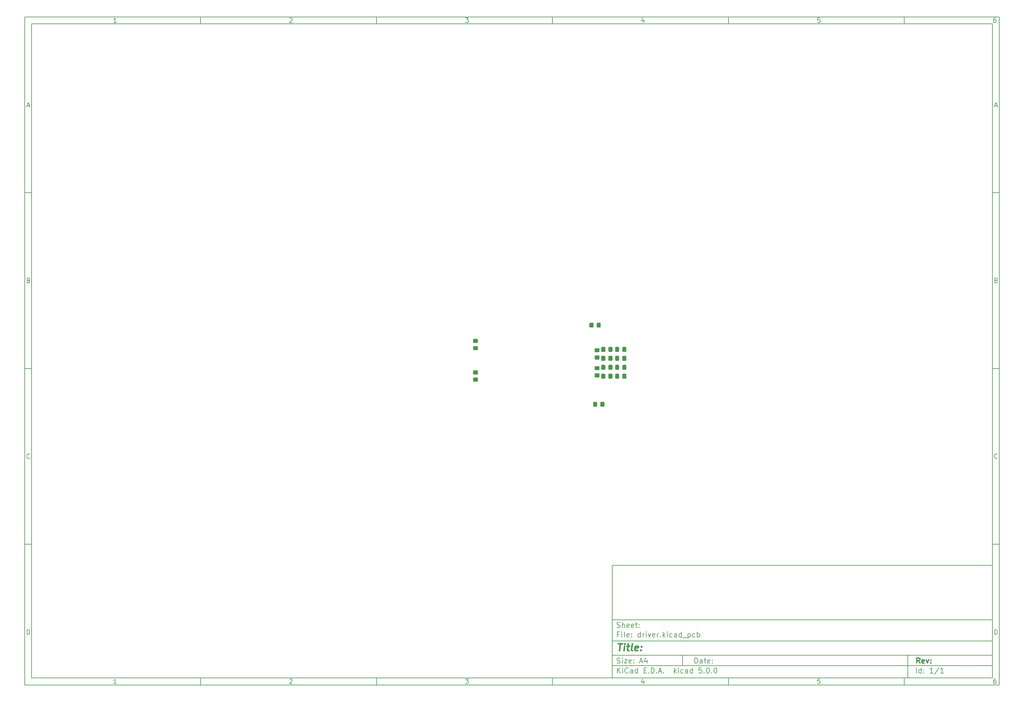
<source format=gbp>
G04 #@! TF.GenerationSoftware,KiCad,Pcbnew,5.0.0*
G04 #@! TF.CreationDate,2018-10-21T13:37:26+10:00*
G04 #@! TF.ProjectId,driver,6472697665722E6B696361645F706362,rev?*
G04 #@! TF.SameCoordinates,Original*
G04 #@! TF.FileFunction,Paste,Bot*
G04 #@! TF.FilePolarity,Positive*
%FSLAX46Y46*%
G04 Gerber Fmt 4.6, Leading zero omitted, Abs format (unit mm)*
G04 Created by KiCad (PCBNEW 5.0.0) date Sun Oct 21 13:37:26 2018*
%MOMM*%
%LPD*%
G01*
G04 APERTURE LIST*
%ADD10C,0.100000*%
%ADD11C,0.150000*%
%ADD12C,0.300000*%
%ADD13C,0.400000*%
%ADD14C,1.150000*%
G04 APERTURE END LIST*
D10*
D11*
X177002200Y-166007200D02*
X177002200Y-198007200D01*
X285002200Y-198007200D01*
X285002200Y-166007200D01*
X177002200Y-166007200D01*
D10*
D11*
X10000000Y-10000000D02*
X10000000Y-200007200D01*
X287002200Y-200007200D01*
X287002200Y-10000000D01*
X10000000Y-10000000D01*
D10*
D11*
X12000000Y-12000000D02*
X12000000Y-198007200D01*
X285002200Y-198007200D01*
X285002200Y-12000000D01*
X12000000Y-12000000D01*
D10*
D11*
X60000000Y-12000000D02*
X60000000Y-10000000D01*
D10*
D11*
X110000000Y-12000000D02*
X110000000Y-10000000D01*
D10*
D11*
X160000000Y-12000000D02*
X160000000Y-10000000D01*
D10*
D11*
X210000000Y-12000000D02*
X210000000Y-10000000D01*
D10*
D11*
X260000000Y-12000000D02*
X260000000Y-10000000D01*
D10*
D11*
X36065476Y-11588095D02*
X35322619Y-11588095D01*
X35694047Y-11588095D02*
X35694047Y-10288095D01*
X35570238Y-10473809D01*
X35446428Y-10597619D01*
X35322619Y-10659523D01*
D10*
D11*
X85322619Y-10411904D02*
X85384523Y-10350000D01*
X85508333Y-10288095D01*
X85817857Y-10288095D01*
X85941666Y-10350000D01*
X86003571Y-10411904D01*
X86065476Y-10535714D01*
X86065476Y-10659523D01*
X86003571Y-10845238D01*
X85260714Y-11588095D01*
X86065476Y-11588095D01*
D10*
D11*
X135260714Y-10288095D02*
X136065476Y-10288095D01*
X135632142Y-10783333D01*
X135817857Y-10783333D01*
X135941666Y-10845238D01*
X136003571Y-10907142D01*
X136065476Y-11030952D01*
X136065476Y-11340476D01*
X136003571Y-11464285D01*
X135941666Y-11526190D01*
X135817857Y-11588095D01*
X135446428Y-11588095D01*
X135322619Y-11526190D01*
X135260714Y-11464285D01*
D10*
D11*
X185941666Y-10721428D02*
X185941666Y-11588095D01*
X185632142Y-10226190D02*
X185322619Y-11154761D01*
X186127380Y-11154761D01*
D10*
D11*
X236003571Y-10288095D02*
X235384523Y-10288095D01*
X235322619Y-10907142D01*
X235384523Y-10845238D01*
X235508333Y-10783333D01*
X235817857Y-10783333D01*
X235941666Y-10845238D01*
X236003571Y-10907142D01*
X236065476Y-11030952D01*
X236065476Y-11340476D01*
X236003571Y-11464285D01*
X235941666Y-11526190D01*
X235817857Y-11588095D01*
X235508333Y-11588095D01*
X235384523Y-11526190D01*
X235322619Y-11464285D01*
D10*
D11*
X285941666Y-10288095D02*
X285694047Y-10288095D01*
X285570238Y-10350000D01*
X285508333Y-10411904D01*
X285384523Y-10597619D01*
X285322619Y-10845238D01*
X285322619Y-11340476D01*
X285384523Y-11464285D01*
X285446428Y-11526190D01*
X285570238Y-11588095D01*
X285817857Y-11588095D01*
X285941666Y-11526190D01*
X286003571Y-11464285D01*
X286065476Y-11340476D01*
X286065476Y-11030952D01*
X286003571Y-10907142D01*
X285941666Y-10845238D01*
X285817857Y-10783333D01*
X285570238Y-10783333D01*
X285446428Y-10845238D01*
X285384523Y-10907142D01*
X285322619Y-11030952D01*
D10*
D11*
X60000000Y-198007200D02*
X60000000Y-200007200D01*
D10*
D11*
X110000000Y-198007200D02*
X110000000Y-200007200D01*
D10*
D11*
X160000000Y-198007200D02*
X160000000Y-200007200D01*
D10*
D11*
X210000000Y-198007200D02*
X210000000Y-200007200D01*
D10*
D11*
X260000000Y-198007200D02*
X260000000Y-200007200D01*
D10*
D11*
X36065476Y-199595295D02*
X35322619Y-199595295D01*
X35694047Y-199595295D02*
X35694047Y-198295295D01*
X35570238Y-198481009D01*
X35446428Y-198604819D01*
X35322619Y-198666723D01*
D10*
D11*
X85322619Y-198419104D02*
X85384523Y-198357200D01*
X85508333Y-198295295D01*
X85817857Y-198295295D01*
X85941666Y-198357200D01*
X86003571Y-198419104D01*
X86065476Y-198542914D01*
X86065476Y-198666723D01*
X86003571Y-198852438D01*
X85260714Y-199595295D01*
X86065476Y-199595295D01*
D10*
D11*
X135260714Y-198295295D02*
X136065476Y-198295295D01*
X135632142Y-198790533D01*
X135817857Y-198790533D01*
X135941666Y-198852438D01*
X136003571Y-198914342D01*
X136065476Y-199038152D01*
X136065476Y-199347676D01*
X136003571Y-199471485D01*
X135941666Y-199533390D01*
X135817857Y-199595295D01*
X135446428Y-199595295D01*
X135322619Y-199533390D01*
X135260714Y-199471485D01*
D10*
D11*
X185941666Y-198728628D02*
X185941666Y-199595295D01*
X185632142Y-198233390D02*
X185322619Y-199161961D01*
X186127380Y-199161961D01*
D10*
D11*
X236003571Y-198295295D02*
X235384523Y-198295295D01*
X235322619Y-198914342D01*
X235384523Y-198852438D01*
X235508333Y-198790533D01*
X235817857Y-198790533D01*
X235941666Y-198852438D01*
X236003571Y-198914342D01*
X236065476Y-199038152D01*
X236065476Y-199347676D01*
X236003571Y-199471485D01*
X235941666Y-199533390D01*
X235817857Y-199595295D01*
X235508333Y-199595295D01*
X235384523Y-199533390D01*
X235322619Y-199471485D01*
D10*
D11*
X285941666Y-198295295D02*
X285694047Y-198295295D01*
X285570238Y-198357200D01*
X285508333Y-198419104D01*
X285384523Y-198604819D01*
X285322619Y-198852438D01*
X285322619Y-199347676D01*
X285384523Y-199471485D01*
X285446428Y-199533390D01*
X285570238Y-199595295D01*
X285817857Y-199595295D01*
X285941666Y-199533390D01*
X286003571Y-199471485D01*
X286065476Y-199347676D01*
X286065476Y-199038152D01*
X286003571Y-198914342D01*
X285941666Y-198852438D01*
X285817857Y-198790533D01*
X285570238Y-198790533D01*
X285446428Y-198852438D01*
X285384523Y-198914342D01*
X285322619Y-199038152D01*
D10*
D11*
X10000000Y-60000000D02*
X12000000Y-60000000D01*
D10*
D11*
X10000000Y-110000000D02*
X12000000Y-110000000D01*
D10*
D11*
X10000000Y-160000000D02*
X12000000Y-160000000D01*
D10*
D11*
X10690476Y-35216666D02*
X11309523Y-35216666D01*
X10566666Y-35588095D02*
X11000000Y-34288095D01*
X11433333Y-35588095D01*
D10*
D11*
X11092857Y-84907142D02*
X11278571Y-84969047D01*
X11340476Y-85030952D01*
X11402380Y-85154761D01*
X11402380Y-85340476D01*
X11340476Y-85464285D01*
X11278571Y-85526190D01*
X11154761Y-85588095D01*
X10659523Y-85588095D01*
X10659523Y-84288095D01*
X11092857Y-84288095D01*
X11216666Y-84350000D01*
X11278571Y-84411904D01*
X11340476Y-84535714D01*
X11340476Y-84659523D01*
X11278571Y-84783333D01*
X11216666Y-84845238D01*
X11092857Y-84907142D01*
X10659523Y-84907142D01*
D10*
D11*
X11402380Y-135464285D02*
X11340476Y-135526190D01*
X11154761Y-135588095D01*
X11030952Y-135588095D01*
X10845238Y-135526190D01*
X10721428Y-135402380D01*
X10659523Y-135278571D01*
X10597619Y-135030952D01*
X10597619Y-134845238D01*
X10659523Y-134597619D01*
X10721428Y-134473809D01*
X10845238Y-134350000D01*
X11030952Y-134288095D01*
X11154761Y-134288095D01*
X11340476Y-134350000D01*
X11402380Y-134411904D01*
D10*
D11*
X10659523Y-185588095D02*
X10659523Y-184288095D01*
X10969047Y-184288095D01*
X11154761Y-184350000D01*
X11278571Y-184473809D01*
X11340476Y-184597619D01*
X11402380Y-184845238D01*
X11402380Y-185030952D01*
X11340476Y-185278571D01*
X11278571Y-185402380D01*
X11154761Y-185526190D01*
X10969047Y-185588095D01*
X10659523Y-185588095D01*
D10*
D11*
X287002200Y-60000000D02*
X285002200Y-60000000D01*
D10*
D11*
X287002200Y-110000000D02*
X285002200Y-110000000D01*
D10*
D11*
X287002200Y-160000000D02*
X285002200Y-160000000D01*
D10*
D11*
X285692676Y-35216666D02*
X286311723Y-35216666D01*
X285568866Y-35588095D02*
X286002200Y-34288095D01*
X286435533Y-35588095D01*
D10*
D11*
X286095057Y-84907142D02*
X286280771Y-84969047D01*
X286342676Y-85030952D01*
X286404580Y-85154761D01*
X286404580Y-85340476D01*
X286342676Y-85464285D01*
X286280771Y-85526190D01*
X286156961Y-85588095D01*
X285661723Y-85588095D01*
X285661723Y-84288095D01*
X286095057Y-84288095D01*
X286218866Y-84350000D01*
X286280771Y-84411904D01*
X286342676Y-84535714D01*
X286342676Y-84659523D01*
X286280771Y-84783333D01*
X286218866Y-84845238D01*
X286095057Y-84907142D01*
X285661723Y-84907142D01*
D10*
D11*
X286404580Y-135464285D02*
X286342676Y-135526190D01*
X286156961Y-135588095D01*
X286033152Y-135588095D01*
X285847438Y-135526190D01*
X285723628Y-135402380D01*
X285661723Y-135278571D01*
X285599819Y-135030952D01*
X285599819Y-134845238D01*
X285661723Y-134597619D01*
X285723628Y-134473809D01*
X285847438Y-134350000D01*
X286033152Y-134288095D01*
X286156961Y-134288095D01*
X286342676Y-134350000D01*
X286404580Y-134411904D01*
D10*
D11*
X285661723Y-185588095D02*
X285661723Y-184288095D01*
X285971247Y-184288095D01*
X286156961Y-184350000D01*
X286280771Y-184473809D01*
X286342676Y-184597619D01*
X286404580Y-184845238D01*
X286404580Y-185030952D01*
X286342676Y-185278571D01*
X286280771Y-185402380D01*
X286156961Y-185526190D01*
X285971247Y-185588095D01*
X285661723Y-185588095D01*
D10*
D11*
X200434342Y-193785771D02*
X200434342Y-192285771D01*
X200791485Y-192285771D01*
X201005771Y-192357200D01*
X201148628Y-192500057D01*
X201220057Y-192642914D01*
X201291485Y-192928628D01*
X201291485Y-193142914D01*
X201220057Y-193428628D01*
X201148628Y-193571485D01*
X201005771Y-193714342D01*
X200791485Y-193785771D01*
X200434342Y-193785771D01*
X202577200Y-193785771D02*
X202577200Y-193000057D01*
X202505771Y-192857200D01*
X202362914Y-192785771D01*
X202077200Y-192785771D01*
X201934342Y-192857200D01*
X202577200Y-193714342D02*
X202434342Y-193785771D01*
X202077200Y-193785771D01*
X201934342Y-193714342D01*
X201862914Y-193571485D01*
X201862914Y-193428628D01*
X201934342Y-193285771D01*
X202077200Y-193214342D01*
X202434342Y-193214342D01*
X202577200Y-193142914D01*
X203077200Y-192785771D02*
X203648628Y-192785771D01*
X203291485Y-192285771D02*
X203291485Y-193571485D01*
X203362914Y-193714342D01*
X203505771Y-193785771D01*
X203648628Y-193785771D01*
X204720057Y-193714342D02*
X204577200Y-193785771D01*
X204291485Y-193785771D01*
X204148628Y-193714342D01*
X204077200Y-193571485D01*
X204077200Y-193000057D01*
X204148628Y-192857200D01*
X204291485Y-192785771D01*
X204577200Y-192785771D01*
X204720057Y-192857200D01*
X204791485Y-193000057D01*
X204791485Y-193142914D01*
X204077200Y-193285771D01*
X205434342Y-193642914D02*
X205505771Y-193714342D01*
X205434342Y-193785771D01*
X205362914Y-193714342D01*
X205434342Y-193642914D01*
X205434342Y-193785771D01*
X205434342Y-192857200D02*
X205505771Y-192928628D01*
X205434342Y-193000057D01*
X205362914Y-192928628D01*
X205434342Y-192857200D01*
X205434342Y-193000057D01*
D10*
D11*
X177002200Y-194507200D02*
X285002200Y-194507200D01*
D10*
D11*
X178434342Y-196585771D02*
X178434342Y-195085771D01*
X179291485Y-196585771D02*
X178648628Y-195728628D01*
X179291485Y-195085771D02*
X178434342Y-195942914D01*
X179934342Y-196585771D02*
X179934342Y-195585771D01*
X179934342Y-195085771D02*
X179862914Y-195157200D01*
X179934342Y-195228628D01*
X180005771Y-195157200D01*
X179934342Y-195085771D01*
X179934342Y-195228628D01*
X181505771Y-196442914D02*
X181434342Y-196514342D01*
X181220057Y-196585771D01*
X181077200Y-196585771D01*
X180862914Y-196514342D01*
X180720057Y-196371485D01*
X180648628Y-196228628D01*
X180577200Y-195942914D01*
X180577200Y-195728628D01*
X180648628Y-195442914D01*
X180720057Y-195300057D01*
X180862914Y-195157200D01*
X181077200Y-195085771D01*
X181220057Y-195085771D01*
X181434342Y-195157200D01*
X181505771Y-195228628D01*
X182791485Y-196585771D02*
X182791485Y-195800057D01*
X182720057Y-195657200D01*
X182577200Y-195585771D01*
X182291485Y-195585771D01*
X182148628Y-195657200D01*
X182791485Y-196514342D02*
X182648628Y-196585771D01*
X182291485Y-196585771D01*
X182148628Y-196514342D01*
X182077200Y-196371485D01*
X182077200Y-196228628D01*
X182148628Y-196085771D01*
X182291485Y-196014342D01*
X182648628Y-196014342D01*
X182791485Y-195942914D01*
X184148628Y-196585771D02*
X184148628Y-195085771D01*
X184148628Y-196514342D02*
X184005771Y-196585771D01*
X183720057Y-196585771D01*
X183577200Y-196514342D01*
X183505771Y-196442914D01*
X183434342Y-196300057D01*
X183434342Y-195871485D01*
X183505771Y-195728628D01*
X183577200Y-195657200D01*
X183720057Y-195585771D01*
X184005771Y-195585771D01*
X184148628Y-195657200D01*
X186005771Y-195800057D02*
X186505771Y-195800057D01*
X186720057Y-196585771D02*
X186005771Y-196585771D01*
X186005771Y-195085771D01*
X186720057Y-195085771D01*
X187362914Y-196442914D02*
X187434342Y-196514342D01*
X187362914Y-196585771D01*
X187291485Y-196514342D01*
X187362914Y-196442914D01*
X187362914Y-196585771D01*
X188077200Y-196585771D02*
X188077200Y-195085771D01*
X188434342Y-195085771D01*
X188648628Y-195157200D01*
X188791485Y-195300057D01*
X188862914Y-195442914D01*
X188934342Y-195728628D01*
X188934342Y-195942914D01*
X188862914Y-196228628D01*
X188791485Y-196371485D01*
X188648628Y-196514342D01*
X188434342Y-196585771D01*
X188077200Y-196585771D01*
X189577200Y-196442914D02*
X189648628Y-196514342D01*
X189577200Y-196585771D01*
X189505771Y-196514342D01*
X189577200Y-196442914D01*
X189577200Y-196585771D01*
X190220057Y-196157200D02*
X190934342Y-196157200D01*
X190077200Y-196585771D02*
X190577200Y-195085771D01*
X191077200Y-196585771D01*
X191577200Y-196442914D02*
X191648628Y-196514342D01*
X191577200Y-196585771D01*
X191505771Y-196514342D01*
X191577200Y-196442914D01*
X191577200Y-196585771D01*
X194577200Y-196585771D02*
X194577200Y-195085771D01*
X194720057Y-196014342D02*
X195148628Y-196585771D01*
X195148628Y-195585771D02*
X194577200Y-196157200D01*
X195791485Y-196585771D02*
X195791485Y-195585771D01*
X195791485Y-195085771D02*
X195720057Y-195157200D01*
X195791485Y-195228628D01*
X195862914Y-195157200D01*
X195791485Y-195085771D01*
X195791485Y-195228628D01*
X197148628Y-196514342D02*
X197005771Y-196585771D01*
X196720057Y-196585771D01*
X196577200Y-196514342D01*
X196505771Y-196442914D01*
X196434342Y-196300057D01*
X196434342Y-195871485D01*
X196505771Y-195728628D01*
X196577200Y-195657200D01*
X196720057Y-195585771D01*
X197005771Y-195585771D01*
X197148628Y-195657200D01*
X198434342Y-196585771D02*
X198434342Y-195800057D01*
X198362914Y-195657200D01*
X198220057Y-195585771D01*
X197934342Y-195585771D01*
X197791485Y-195657200D01*
X198434342Y-196514342D02*
X198291485Y-196585771D01*
X197934342Y-196585771D01*
X197791485Y-196514342D01*
X197720057Y-196371485D01*
X197720057Y-196228628D01*
X197791485Y-196085771D01*
X197934342Y-196014342D01*
X198291485Y-196014342D01*
X198434342Y-195942914D01*
X199791485Y-196585771D02*
X199791485Y-195085771D01*
X199791485Y-196514342D02*
X199648628Y-196585771D01*
X199362914Y-196585771D01*
X199220057Y-196514342D01*
X199148628Y-196442914D01*
X199077200Y-196300057D01*
X199077200Y-195871485D01*
X199148628Y-195728628D01*
X199220057Y-195657200D01*
X199362914Y-195585771D01*
X199648628Y-195585771D01*
X199791485Y-195657200D01*
X202362914Y-195085771D02*
X201648628Y-195085771D01*
X201577200Y-195800057D01*
X201648628Y-195728628D01*
X201791485Y-195657200D01*
X202148628Y-195657200D01*
X202291485Y-195728628D01*
X202362914Y-195800057D01*
X202434342Y-195942914D01*
X202434342Y-196300057D01*
X202362914Y-196442914D01*
X202291485Y-196514342D01*
X202148628Y-196585771D01*
X201791485Y-196585771D01*
X201648628Y-196514342D01*
X201577200Y-196442914D01*
X203077200Y-196442914D02*
X203148628Y-196514342D01*
X203077200Y-196585771D01*
X203005771Y-196514342D01*
X203077200Y-196442914D01*
X203077200Y-196585771D01*
X204077200Y-195085771D02*
X204220057Y-195085771D01*
X204362914Y-195157200D01*
X204434342Y-195228628D01*
X204505771Y-195371485D01*
X204577200Y-195657200D01*
X204577200Y-196014342D01*
X204505771Y-196300057D01*
X204434342Y-196442914D01*
X204362914Y-196514342D01*
X204220057Y-196585771D01*
X204077200Y-196585771D01*
X203934342Y-196514342D01*
X203862914Y-196442914D01*
X203791485Y-196300057D01*
X203720057Y-196014342D01*
X203720057Y-195657200D01*
X203791485Y-195371485D01*
X203862914Y-195228628D01*
X203934342Y-195157200D01*
X204077200Y-195085771D01*
X205220057Y-196442914D02*
X205291485Y-196514342D01*
X205220057Y-196585771D01*
X205148628Y-196514342D01*
X205220057Y-196442914D01*
X205220057Y-196585771D01*
X206220057Y-195085771D02*
X206362914Y-195085771D01*
X206505771Y-195157200D01*
X206577200Y-195228628D01*
X206648628Y-195371485D01*
X206720057Y-195657200D01*
X206720057Y-196014342D01*
X206648628Y-196300057D01*
X206577200Y-196442914D01*
X206505771Y-196514342D01*
X206362914Y-196585771D01*
X206220057Y-196585771D01*
X206077200Y-196514342D01*
X206005771Y-196442914D01*
X205934342Y-196300057D01*
X205862914Y-196014342D01*
X205862914Y-195657200D01*
X205934342Y-195371485D01*
X206005771Y-195228628D01*
X206077200Y-195157200D01*
X206220057Y-195085771D01*
D10*
D11*
X177002200Y-191507200D02*
X285002200Y-191507200D01*
D10*
D12*
X264411485Y-193785771D02*
X263911485Y-193071485D01*
X263554342Y-193785771D02*
X263554342Y-192285771D01*
X264125771Y-192285771D01*
X264268628Y-192357200D01*
X264340057Y-192428628D01*
X264411485Y-192571485D01*
X264411485Y-192785771D01*
X264340057Y-192928628D01*
X264268628Y-193000057D01*
X264125771Y-193071485D01*
X263554342Y-193071485D01*
X265625771Y-193714342D02*
X265482914Y-193785771D01*
X265197200Y-193785771D01*
X265054342Y-193714342D01*
X264982914Y-193571485D01*
X264982914Y-193000057D01*
X265054342Y-192857200D01*
X265197200Y-192785771D01*
X265482914Y-192785771D01*
X265625771Y-192857200D01*
X265697200Y-193000057D01*
X265697200Y-193142914D01*
X264982914Y-193285771D01*
X266197200Y-192785771D02*
X266554342Y-193785771D01*
X266911485Y-192785771D01*
X267482914Y-193642914D02*
X267554342Y-193714342D01*
X267482914Y-193785771D01*
X267411485Y-193714342D01*
X267482914Y-193642914D01*
X267482914Y-193785771D01*
X267482914Y-192857200D02*
X267554342Y-192928628D01*
X267482914Y-193000057D01*
X267411485Y-192928628D01*
X267482914Y-192857200D01*
X267482914Y-193000057D01*
D10*
D11*
X178362914Y-193714342D02*
X178577200Y-193785771D01*
X178934342Y-193785771D01*
X179077200Y-193714342D01*
X179148628Y-193642914D01*
X179220057Y-193500057D01*
X179220057Y-193357200D01*
X179148628Y-193214342D01*
X179077200Y-193142914D01*
X178934342Y-193071485D01*
X178648628Y-193000057D01*
X178505771Y-192928628D01*
X178434342Y-192857200D01*
X178362914Y-192714342D01*
X178362914Y-192571485D01*
X178434342Y-192428628D01*
X178505771Y-192357200D01*
X178648628Y-192285771D01*
X179005771Y-192285771D01*
X179220057Y-192357200D01*
X179862914Y-193785771D02*
X179862914Y-192785771D01*
X179862914Y-192285771D02*
X179791485Y-192357200D01*
X179862914Y-192428628D01*
X179934342Y-192357200D01*
X179862914Y-192285771D01*
X179862914Y-192428628D01*
X180434342Y-192785771D02*
X181220057Y-192785771D01*
X180434342Y-193785771D01*
X181220057Y-193785771D01*
X182362914Y-193714342D02*
X182220057Y-193785771D01*
X181934342Y-193785771D01*
X181791485Y-193714342D01*
X181720057Y-193571485D01*
X181720057Y-193000057D01*
X181791485Y-192857200D01*
X181934342Y-192785771D01*
X182220057Y-192785771D01*
X182362914Y-192857200D01*
X182434342Y-193000057D01*
X182434342Y-193142914D01*
X181720057Y-193285771D01*
X183077200Y-193642914D02*
X183148628Y-193714342D01*
X183077200Y-193785771D01*
X183005771Y-193714342D01*
X183077200Y-193642914D01*
X183077200Y-193785771D01*
X183077200Y-192857200D02*
X183148628Y-192928628D01*
X183077200Y-193000057D01*
X183005771Y-192928628D01*
X183077200Y-192857200D01*
X183077200Y-193000057D01*
X184862914Y-193357200D02*
X185577200Y-193357200D01*
X184720057Y-193785771D02*
X185220057Y-192285771D01*
X185720057Y-193785771D01*
X186862914Y-192785771D02*
X186862914Y-193785771D01*
X186505771Y-192214342D02*
X186148628Y-193285771D01*
X187077200Y-193285771D01*
D10*
D11*
X263434342Y-196585771D02*
X263434342Y-195085771D01*
X264791485Y-196585771D02*
X264791485Y-195085771D01*
X264791485Y-196514342D02*
X264648628Y-196585771D01*
X264362914Y-196585771D01*
X264220057Y-196514342D01*
X264148628Y-196442914D01*
X264077200Y-196300057D01*
X264077200Y-195871485D01*
X264148628Y-195728628D01*
X264220057Y-195657200D01*
X264362914Y-195585771D01*
X264648628Y-195585771D01*
X264791485Y-195657200D01*
X265505771Y-196442914D02*
X265577200Y-196514342D01*
X265505771Y-196585771D01*
X265434342Y-196514342D01*
X265505771Y-196442914D01*
X265505771Y-196585771D01*
X265505771Y-195657200D02*
X265577200Y-195728628D01*
X265505771Y-195800057D01*
X265434342Y-195728628D01*
X265505771Y-195657200D01*
X265505771Y-195800057D01*
X268148628Y-196585771D02*
X267291485Y-196585771D01*
X267720057Y-196585771D02*
X267720057Y-195085771D01*
X267577200Y-195300057D01*
X267434342Y-195442914D01*
X267291485Y-195514342D01*
X269862914Y-195014342D02*
X268577200Y-196942914D01*
X271148628Y-196585771D02*
X270291485Y-196585771D01*
X270720057Y-196585771D02*
X270720057Y-195085771D01*
X270577200Y-195300057D01*
X270434342Y-195442914D01*
X270291485Y-195514342D01*
D10*
D11*
X177002200Y-187507200D02*
X285002200Y-187507200D01*
D10*
D13*
X178714580Y-188211961D02*
X179857438Y-188211961D01*
X179036009Y-190211961D02*
X179286009Y-188211961D01*
X180274104Y-190211961D02*
X180440771Y-188878628D01*
X180524104Y-188211961D02*
X180416961Y-188307200D01*
X180500295Y-188402438D01*
X180607438Y-188307200D01*
X180524104Y-188211961D01*
X180500295Y-188402438D01*
X181107438Y-188878628D02*
X181869342Y-188878628D01*
X181476485Y-188211961D02*
X181262200Y-189926247D01*
X181333628Y-190116723D01*
X181512200Y-190211961D01*
X181702676Y-190211961D01*
X182655057Y-190211961D02*
X182476485Y-190116723D01*
X182405057Y-189926247D01*
X182619342Y-188211961D01*
X184190771Y-190116723D02*
X183988390Y-190211961D01*
X183607438Y-190211961D01*
X183428866Y-190116723D01*
X183357438Y-189926247D01*
X183452676Y-189164342D01*
X183571723Y-188973866D01*
X183774104Y-188878628D01*
X184155057Y-188878628D01*
X184333628Y-188973866D01*
X184405057Y-189164342D01*
X184381247Y-189354819D01*
X183405057Y-189545295D01*
X185155057Y-190021485D02*
X185238390Y-190116723D01*
X185131247Y-190211961D01*
X185047914Y-190116723D01*
X185155057Y-190021485D01*
X185131247Y-190211961D01*
X185286009Y-188973866D02*
X185369342Y-189069104D01*
X185262200Y-189164342D01*
X185178866Y-189069104D01*
X185286009Y-188973866D01*
X185262200Y-189164342D01*
D10*
D11*
X178934342Y-185600057D02*
X178434342Y-185600057D01*
X178434342Y-186385771D02*
X178434342Y-184885771D01*
X179148628Y-184885771D01*
X179720057Y-186385771D02*
X179720057Y-185385771D01*
X179720057Y-184885771D02*
X179648628Y-184957200D01*
X179720057Y-185028628D01*
X179791485Y-184957200D01*
X179720057Y-184885771D01*
X179720057Y-185028628D01*
X180648628Y-186385771D02*
X180505771Y-186314342D01*
X180434342Y-186171485D01*
X180434342Y-184885771D01*
X181791485Y-186314342D02*
X181648628Y-186385771D01*
X181362914Y-186385771D01*
X181220057Y-186314342D01*
X181148628Y-186171485D01*
X181148628Y-185600057D01*
X181220057Y-185457200D01*
X181362914Y-185385771D01*
X181648628Y-185385771D01*
X181791485Y-185457200D01*
X181862914Y-185600057D01*
X181862914Y-185742914D01*
X181148628Y-185885771D01*
X182505771Y-186242914D02*
X182577200Y-186314342D01*
X182505771Y-186385771D01*
X182434342Y-186314342D01*
X182505771Y-186242914D01*
X182505771Y-186385771D01*
X182505771Y-185457200D02*
X182577200Y-185528628D01*
X182505771Y-185600057D01*
X182434342Y-185528628D01*
X182505771Y-185457200D01*
X182505771Y-185600057D01*
X185005771Y-186385771D02*
X185005771Y-184885771D01*
X185005771Y-186314342D02*
X184862914Y-186385771D01*
X184577200Y-186385771D01*
X184434342Y-186314342D01*
X184362914Y-186242914D01*
X184291485Y-186100057D01*
X184291485Y-185671485D01*
X184362914Y-185528628D01*
X184434342Y-185457200D01*
X184577200Y-185385771D01*
X184862914Y-185385771D01*
X185005771Y-185457200D01*
X185720057Y-186385771D02*
X185720057Y-185385771D01*
X185720057Y-185671485D02*
X185791485Y-185528628D01*
X185862914Y-185457200D01*
X186005771Y-185385771D01*
X186148628Y-185385771D01*
X186648628Y-186385771D02*
X186648628Y-185385771D01*
X186648628Y-184885771D02*
X186577200Y-184957200D01*
X186648628Y-185028628D01*
X186720057Y-184957200D01*
X186648628Y-184885771D01*
X186648628Y-185028628D01*
X187220057Y-185385771D02*
X187577200Y-186385771D01*
X187934342Y-185385771D01*
X189077200Y-186314342D02*
X188934342Y-186385771D01*
X188648628Y-186385771D01*
X188505771Y-186314342D01*
X188434342Y-186171485D01*
X188434342Y-185600057D01*
X188505771Y-185457200D01*
X188648628Y-185385771D01*
X188934342Y-185385771D01*
X189077200Y-185457200D01*
X189148628Y-185600057D01*
X189148628Y-185742914D01*
X188434342Y-185885771D01*
X189791485Y-186385771D02*
X189791485Y-185385771D01*
X189791485Y-185671485D02*
X189862914Y-185528628D01*
X189934342Y-185457200D01*
X190077200Y-185385771D01*
X190220057Y-185385771D01*
X190720057Y-186242914D02*
X190791485Y-186314342D01*
X190720057Y-186385771D01*
X190648628Y-186314342D01*
X190720057Y-186242914D01*
X190720057Y-186385771D01*
X191434342Y-186385771D02*
X191434342Y-184885771D01*
X191577200Y-185814342D02*
X192005771Y-186385771D01*
X192005771Y-185385771D02*
X191434342Y-185957200D01*
X192648628Y-186385771D02*
X192648628Y-185385771D01*
X192648628Y-184885771D02*
X192577200Y-184957200D01*
X192648628Y-185028628D01*
X192720057Y-184957200D01*
X192648628Y-184885771D01*
X192648628Y-185028628D01*
X194005771Y-186314342D02*
X193862914Y-186385771D01*
X193577200Y-186385771D01*
X193434342Y-186314342D01*
X193362914Y-186242914D01*
X193291485Y-186100057D01*
X193291485Y-185671485D01*
X193362914Y-185528628D01*
X193434342Y-185457200D01*
X193577200Y-185385771D01*
X193862914Y-185385771D01*
X194005771Y-185457200D01*
X195291485Y-186385771D02*
X195291485Y-185600057D01*
X195220057Y-185457200D01*
X195077200Y-185385771D01*
X194791485Y-185385771D01*
X194648628Y-185457200D01*
X195291485Y-186314342D02*
X195148628Y-186385771D01*
X194791485Y-186385771D01*
X194648628Y-186314342D01*
X194577200Y-186171485D01*
X194577200Y-186028628D01*
X194648628Y-185885771D01*
X194791485Y-185814342D01*
X195148628Y-185814342D01*
X195291485Y-185742914D01*
X196648628Y-186385771D02*
X196648628Y-184885771D01*
X196648628Y-186314342D02*
X196505771Y-186385771D01*
X196220057Y-186385771D01*
X196077200Y-186314342D01*
X196005771Y-186242914D01*
X195934342Y-186100057D01*
X195934342Y-185671485D01*
X196005771Y-185528628D01*
X196077200Y-185457200D01*
X196220057Y-185385771D01*
X196505771Y-185385771D01*
X196648628Y-185457200D01*
X197005771Y-186528628D02*
X198148628Y-186528628D01*
X198505771Y-185385771D02*
X198505771Y-186885771D01*
X198505771Y-185457200D02*
X198648628Y-185385771D01*
X198934342Y-185385771D01*
X199077200Y-185457200D01*
X199148628Y-185528628D01*
X199220057Y-185671485D01*
X199220057Y-186100057D01*
X199148628Y-186242914D01*
X199077200Y-186314342D01*
X198934342Y-186385771D01*
X198648628Y-186385771D01*
X198505771Y-186314342D01*
X200505771Y-186314342D02*
X200362914Y-186385771D01*
X200077200Y-186385771D01*
X199934342Y-186314342D01*
X199862914Y-186242914D01*
X199791485Y-186100057D01*
X199791485Y-185671485D01*
X199862914Y-185528628D01*
X199934342Y-185457200D01*
X200077200Y-185385771D01*
X200362914Y-185385771D01*
X200505771Y-185457200D01*
X201148628Y-186385771D02*
X201148628Y-184885771D01*
X201148628Y-185457200D02*
X201291485Y-185385771D01*
X201577200Y-185385771D01*
X201720057Y-185457200D01*
X201791485Y-185528628D01*
X201862914Y-185671485D01*
X201862914Y-186100057D01*
X201791485Y-186242914D01*
X201720057Y-186314342D01*
X201577200Y-186385771D01*
X201291485Y-186385771D01*
X201148628Y-186314342D01*
D10*
D11*
X177002200Y-181507200D02*
X285002200Y-181507200D01*
D10*
D11*
X178362914Y-183614342D02*
X178577200Y-183685771D01*
X178934342Y-183685771D01*
X179077200Y-183614342D01*
X179148628Y-183542914D01*
X179220057Y-183400057D01*
X179220057Y-183257200D01*
X179148628Y-183114342D01*
X179077200Y-183042914D01*
X178934342Y-182971485D01*
X178648628Y-182900057D01*
X178505771Y-182828628D01*
X178434342Y-182757200D01*
X178362914Y-182614342D01*
X178362914Y-182471485D01*
X178434342Y-182328628D01*
X178505771Y-182257200D01*
X178648628Y-182185771D01*
X179005771Y-182185771D01*
X179220057Y-182257200D01*
X179862914Y-183685771D02*
X179862914Y-182185771D01*
X180505771Y-183685771D02*
X180505771Y-182900057D01*
X180434342Y-182757200D01*
X180291485Y-182685771D01*
X180077200Y-182685771D01*
X179934342Y-182757200D01*
X179862914Y-182828628D01*
X181791485Y-183614342D02*
X181648628Y-183685771D01*
X181362914Y-183685771D01*
X181220057Y-183614342D01*
X181148628Y-183471485D01*
X181148628Y-182900057D01*
X181220057Y-182757200D01*
X181362914Y-182685771D01*
X181648628Y-182685771D01*
X181791485Y-182757200D01*
X181862914Y-182900057D01*
X181862914Y-183042914D01*
X181148628Y-183185771D01*
X183077200Y-183614342D02*
X182934342Y-183685771D01*
X182648628Y-183685771D01*
X182505771Y-183614342D01*
X182434342Y-183471485D01*
X182434342Y-182900057D01*
X182505771Y-182757200D01*
X182648628Y-182685771D01*
X182934342Y-182685771D01*
X183077200Y-182757200D01*
X183148628Y-182900057D01*
X183148628Y-183042914D01*
X182434342Y-183185771D01*
X183577200Y-182685771D02*
X184148628Y-182685771D01*
X183791485Y-182185771D02*
X183791485Y-183471485D01*
X183862914Y-183614342D01*
X184005771Y-183685771D01*
X184148628Y-183685771D01*
X184648628Y-183542914D02*
X184720057Y-183614342D01*
X184648628Y-183685771D01*
X184577200Y-183614342D01*
X184648628Y-183542914D01*
X184648628Y-183685771D01*
X184648628Y-182757200D02*
X184720057Y-182828628D01*
X184648628Y-182900057D01*
X184577200Y-182828628D01*
X184648628Y-182757200D01*
X184648628Y-182900057D01*
D10*
D11*
X197002200Y-191507200D02*
X197002200Y-194507200D01*
D10*
D11*
X261002200Y-191507200D02*
X261002200Y-198007200D01*
D10*
G04 #@! TO.C,C6*
G36*
X171429577Y-96961497D02*
X171453845Y-96965097D01*
X171477644Y-96971058D01*
X171500743Y-96979323D01*
X171522922Y-96989813D01*
X171543965Y-97002425D01*
X171563671Y-97017040D01*
X171581849Y-97033516D01*
X171598325Y-97051694D01*
X171612940Y-97071400D01*
X171625552Y-97092443D01*
X171636042Y-97114622D01*
X171644307Y-97137721D01*
X171650268Y-97161520D01*
X171653868Y-97185788D01*
X171655072Y-97210292D01*
X171655072Y-98110294D01*
X171653868Y-98134798D01*
X171650268Y-98159066D01*
X171644307Y-98182865D01*
X171636042Y-98205964D01*
X171625552Y-98228143D01*
X171612940Y-98249186D01*
X171598325Y-98268892D01*
X171581849Y-98287070D01*
X171563671Y-98303546D01*
X171543965Y-98318161D01*
X171522922Y-98330773D01*
X171500743Y-98341263D01*
X171477644Y-98349528D01*
X171453845Y-98355489D01*
X171429577Y-98359089D01*
X171405073Y-98360293D01*
X170755071Y-98360293D01*
X170730567Y-98359089D01*
X170706299Y-98355489D01*
X170682500Y-98349528D01*
X170659401Y-98341263D01*
X170637222Y-98330773D01*
X170616179Y-98318161D01*
X170596473Y-98303546D01*
X170578295Y-98287070D01*
X170561819Y-98268892D01*
X170547204Y-98249186D01*
X170534592Y-98228143D01*
X170524102Y-98205964D01*
X170515837Y-98182865D01*
X170509876Y-98159066D01*
X170506276Y-98134798D01*
X170505072Y-98110294D01*
X170505072Y-97210292D01*
X170506276Y-97185788D01*
X170509876Y-97161520D01*
X170515837Y-97137721D01*
X170524102Y-97114622D01*
X170534592Y-97092443D01*
X170547204Y-97071400D01*
X170561819Y-97051694D01*
X170578295Y-97033516D01*
X170596473Y-97017040D01*
X170616179Y-97002425D01*
X170637222Y-96989813D01*
X170659401Y-96979323D01*
X170682500Y-96971058D01*
X170706299Y-96965097D01*
X170730567Y-96961497D01*
X170755071Y-96960293D01*
X171405073Y-96960293D01*
X171429577Y-96961497D01*
X171429577Y-96961497D01*
G37*
D14*
X171080072Y-97660293D03*
D10*
G36*
X173479577Y-96961497D02*
X173503845Y-96965097D01*
X173527644Y-96971058D01*
X173550743Y-96979323D01*
X173572922Y-96989813D01*
X173593965Y-97002425D01*
X173613671Y-97017040D01*
X173631849Y-97033516D01*
X173648325Y-97051694D01*
X173662940Y-97071400D01*
X173675552Y-97092443D01*
X173686042Y-97114622D01*
X173694307Y-97137721D01*
X173700268Y-97161520D01*
X173703868Y-97185788D01*
X173705072Y-97210292D01*
X173705072Y-98110294D01*
X173703868Y-98134798D01*
X173700268Y-98159066D01*
X173694307Y-98182865D01*
X173686042Y-98205964D01*
X173675552Y-98228143D01*
X173662940Y-98249186D01*
X173648325Y-98268892D01*
X173631849Y-98287070D01*
X173613671Y-98303546D01*
X173593965Y-98318161D01*
X173572922Y-98330773D01*
X173550743Y-98341263D01*
X173527644Y-98349528D01*
X173503845Y-98355489D01*
X173479577Y-98359089D01*
X173455073Y-98360293D01*
X172805071Y-98360293D01*
X172780567Y-98359089D01*
X172756299Y-98355489D01*
X172732500Y-98349528D01*
X172709401Y-98341263D01*
X172687222Y-98330773D01*
X172666179Y-98318161D01*
X172646473Y-98303546D01*
X172628295Y-98287070D01*
X172611819Y-98268892D01*
X172597204Y-98249186D01*
X172584592Y-98228143D01*
X172574102Y-98205964D01*
X172565837Y-98182865D01*
X172559876Y-98159066D01*
X172556276Y-98134798D01*
X172555072Y-98110294D01*
X172555072Y-97210292D01*
X172556276Y-97185788D01*
X172559876Y-97161520D01*
X172565837Y-97137721D01*
X172574102Y-97114622D01*
X172584592Y-97092443D01*
X172597204Y-97071400D01*
X172611819Y-97051694D01*
X172628295Y-97033516D01*
X172646473Y-97017040D01*
X172666179Y-97002425D01*
X172687222Y-96989813D01*
X172709401Y-96979323D01*
X172732500Y-96971058D01*
X172756299Y-96965097D01*
X172780567Y-96961497D01*
X172805071Y-96960293D01*
X173455073Y-96960293D01*
X173479577Y-96961497D01*
X173479577Y-96961497D01*
G37*
D14*
X173130072Y-97660293D03*
G04 #@! TD*
D10*
G04 #@! TO.C,C7*
G36*
X174529577Y-119461497D02*
X174553845Y-119465097D01*
X174577644Y-119471058D01*
X174600743Y-119479323D01*
X174622922Y-119489813D01*
X174643965Y-119502425D01*
X174663671Y-119517040D01*
X174681849Y-119533516D01*
X174698325Y-119551694D01*
X174712940Y-119571400D01*
X174725552Y-119592443D01*
X174736042Y-119614622D01*
X174744307Y-119637721D01*
X174750268Y-119661520D01*
X174753868Y-119685788D01*
X174755072Y-119710292D01*
X174755072Y-120610294D01*
X174753868Y-120634798D01*
X174750268Y-120659066D01*
X174744307Y-120682865D01*
X174736042Y-120705964D01*
X174725552Y-120728143D01*
X174712940Y-120749186D01*
X174698325Y-120768892D01*
X174681849Y-120787070D01*
X174663671Y-120803546D01*
X174643965Y-120818161D01*
X174622922Y-120830773D01*
X174600743Y-120841263D01*
X174577644Y-120849528D01*
X174553845Y-120855489D01*
X174529577Y-120859089D01*
X174505073Y-120860293D01*
X173855071Y-120860293D01*
X173830567Y-120859089D01*
X173806299Y-120855489D01*
X173782500Y-120849528D01*
X173759401Y-120841263D01*
X173737222Y-120830773D01*
X173716179Y-120818161D01*
X173696473Y-120803546D01*
X173678295Y-120787070D01*
X173661819Y-120768892D01*
X173647204Y-120749186D01*
X173634592Y-120728143D01*
X173624102Y-120705964D01*
X173615837Y-120682865D01*
X173609876Y-120659066D01*
X173606276Y-120634798D01*
X173605072Y-120610294D01*
X173605072Y-119710292D01*
X173606276Y-119685788D01*
X173609876Y-119661520D01*
X173615837Y-119637721D01*
X173624102Y-119614622D01*
X173634592Y-119592443D01*
X173647204Y-119571400D01*
X173661819Y-119551694D01*
X173678295Y-119533516D01*
X173696473Y-119517040D01*
X173716179Y-119502425D01*
X173737222Y-119489813D01*
X173759401Y-119479323D01*
X173782500Y-119471058D01*
X173806299Y-119465097D01*
X173830567Y-119461497D01*
X173855071Y-119460293D01*
X174505073Y-119460293D01*
X174529577Y-119461497D01*
X174529577Y-119461497D01*
G37*
D14*
X174180072Y-120160293D03*
D10*
G36*
X172479577Y-119461497D02*
X172503845Y-119465097D01*
X172527644Y-119471058D01*
X172550743Y-119479323D01*
X172572922Y-119489813D01*
X172593965Y-119502425D01*
X172613671Y-119517040D01*
X172631849Y-119533516D01*
X172648325Y-119551694D01*
X172662940Y-119571400D01*
X172675552Y-119592443D01*
X172686042Y-119614622D01*
X172694307Y-119637721D01*
X172700268Y-119661520D01*
X172703868Y-119685788D01*
X172705072Y-119710292D01*
X172705072Y-120610294D01*
X172703868Y-120634798D01*
X172700268Y-120659066D01*
X172694307Y-120682865D01*
X172686042Y-120705964D01*
X172675552Y-120728143D01*
X172662940Y-120749186D01*
X172648325Y-120768892D01*
X172631849Y-120787070D01*
X172613671Y-120803546D01*
X172593965Y-120818161D01*
X172572922Y-120830773D01*
X172550743Y-120841263D01*
X172527644Y-120849528D01*
X172503845Y-120855489D01*
X172479577Y-120859089D01*
X172455073Y-120860293D01*
X171805071Y-120860293D01*
X171780567Y-120859089D01*
X171756299Y-120855489D01*
X171732500Y-120849528D01*
X171709401Y-120841263D01*
X171687222Y-120830773D01*
X171666179Y-120818161D01*
X171646473Y-120803546D01*
X171628295Y-120787070D01*
X171611819Y-120768892D01*
X171597204Y-120749186D01*
X171584592Y-120728143D01*
X171574102Y-120705964D01*
X171565837Y-120682865D01*
X171559876Y-120659066D01*
X171556276Y-120634798D01*
X171555072Y-120610294D01*
X171555072Y-119710292D01*
X171556276Y-119685788D01*
X171559876Y-119661520D01*
X171565837Y-119637721D01*
X171574102Y-119614622D01*
X171584592Y-119592443D01*
X171597204Y-119571400D01*
X171611819Y-119551694D01*
X171628295Y-119533516D01*
X171646473Y-119517040D01*
X171666179Y-119502425D01*
X171687222Y-119489813D01*
X171709401Y-119479323D01*
X171732500Y-119471058D01*
X171756299Y-119465097D01*
X171780567Y-119461497D01*
X171805071Y-119460293D01*
X172455073Y-119460293D01*
X172479577Y-119461497D01*
X172479577Y-119461497D01*
G37*
D14*
X172130072Y-120160293D03*
G04 #@! TD*
D10*
G04 #@! TO.C,C8*
G36*
X138604577Y-103636497D02*
X138628845Y-103640097D01*
X138652644Y-103646058D01*
X138675743Y-103654323D01*
X138697922Y-103664813D01*
X138718965Y-103677425D01*
X138738671Y-103692040D01*
X138756849Y-103708516D01*
X138773325Y-103726694D01*
X138787940Y-103746400D01*
X138800552Y-103767443D01*
X138811042Y-103789622D01*
X138819307Y-103812721D01*
X138825268Y-103836520D01*
X138828868Y-103860788D01*
X138830072Y-103885292D01*
X138830072Y-104535294D01*
X138828868Y-104559798D01*
X138825268Y-104584066D01*
X138819307Y-104607865D01*
X138811042Y-104630964D01*
X138800552Y-104653143D01*
X138787940Y-104674186D01*
X138773325Y-104693892D01*
X138756849Y-104712070D01*
X138738671Y-104728546D01*
X138718965Y-104743161D01*
X138697922Y-104755773D01*
X138675743Y-104766263D01*
X138652644Y-104774528D01*
X138628845Y-104780489D01*
X138604577Y-104784089D01*
X138580073Y-104785293D01*
X137680071Y-104785293D01*
X137655567Y-104784089D01*
X137631299Y-104780489D01*
X137607500Y-104774528D01*
X137584401Y-104766263D01*
X137562222Y-104755773D01*
X137541179Y-104743161D01*
X137521473Y-104728546D01*
X137503295Y-104712070D01*
X137486819Y-104693892D01*
X137472204Y-104674186D01*
X137459592Y-104653143D01*
X137449102Y-104630964D01*
X137440837Y-104607865D01*
X137434876Y-104584066D01*
X137431276Y-104559798D01*
X137430072Y-104535294D01*
X137430072Y-103885292D01*
X137431276Y-103860788D01*
X137434876Y-103836520D01*
X137440837Y-103812721D01*
X137449102Y-103789622D01*
X137459592Y-103767443D01*
X137472204Y-103746400D01*
X137486819Y-103726694D01*
X137503295Y-103708516D01*
X137521473Y-103692040D01*
X137541179Y-103677425D01*
X137562222Y-103664813D01*
X137584401Y-103654323D01*
X137607500Y-103646058D01*
X137631299Y-103640097D01*
X137655567Y-103636497D01*
X137680071Y-103635293D01*
X138580073Y-103635293D01*
X138604577Y-103636497D01*
X138604577Y-103636497D01*
G37*
D14*
X138130072Y-104210293D03*
D10*
G36*
X138604577Y-101586497D02*
X138628845Y-101590097D01*
X138652644Y-101596058D01*
X138675743Y-101604323D01*
X138697922Y-101614813D01*
X138718965Y-101627425D01*
X138738671Y-101642040D01*
X138756849Y-101658516D01*
X138773325Y-101676694D01*
X138787940Y-101696400D01*
X138800552Y-101717443D01*
X138811042Y-101739622D01*
X138819307Y-101762721D01*
X138825268Y-101786520D01*
X138828868Y-101810788D01*
X138830072Y-101835292D01*
X138830072Y-102485294D01*
X138828868Y-102509798D01*
X138825268Y-102534066D01*
X138819307Y-102557865D01*
X138811042Y-102580964D01*
X138800552Y-102603143D01*
X138787940Y-102624186D01*
X138773325Y-102643892D01*
X138756849Y-102662070D01*
X138738671Y-102678546D01*
X138718965Y-102693161D01*
X138697922Y-102705773D01*
X138675743Y-102716263D01*
X138652644Y-102724528D01*
X138628845Y-102730489D01*
X138604577Y-102734089D01*
X138580073Y-102735293D01*
X137680071Y-102735293D01*
X137655567Y-102734089D01*
X137631299Y-102730489D01*
X137607500Y-102724528D01*
X137584401Y-102716263D01*
X137562222Y-102705773D01*
X137541179Y-102693161D01*
X137521473Y-102678546D01*
X137503295Y-102662070D01*
X137486819Y-102643892D01*
X137472204Y-102624186D01*
X137459592Y-102603143D01*
X137449102Y-102580964D01*
X137440837Y-102557865D01*
X137434876Y-102534066D01*
X137431276Y-102509798D01*
X137430072Y-102485294D01*
X137430072Y-101835292D01*
X137431276Y-101810788D01*
X137434876Y-101786520D01*
X137440837Y-101762721D01*
X137449102Y-101739622D01*
X137459592Y-101717443D01*
X137472204Y-101696400D01*
X137486819Y-101676694D01*
X137503295Y-101658516D01*
X137521473Y-101642040D01*
X137541179Y-101627425D01*
X137562222Y-101614813D01*
X137584401Y-101604323D01*
X137607500Y-101596058D01*
X137631299Y-101590097D01*
X137655567Y-101586497D01*
X137680071Y-101585293D01*
X138580073Y-101585293D01*
X138604577Y-101586497D01*
X138604577Y-101586497D01*
G37*
D14*
X138130072Y-102160293D03*
G04 #@! TD*
D10*
G04 #@! TO.C,C9*
G36*
X138604577Y-112586497D02*
X138628845Y-112590097D01*
X138652644Y-112596058D01*
X138675743Y-112604323D01*
X138697922Y-112614813D01*
X138718965Y-112627425D01*
X138738671Y-112642040D01*
X138756849Y-112658516D01*
X138773325Y-112676694D01*
X138787940Y-112696400D01*
X138800552Y-112717443D01*
X138811042Y-112739622D01*
X138819307Y-112762721D01*
X138825268Y-112786520D01*
X138828868Y-112810788D01*
X138830072Y-112835292D01*
X138830072Y-113485294D01*
X138828868Y-113509798D01*
X138825268Y-113534066D01*
X138819307Y-113557865D01*
X138811042Y-113580964D01*
X138800552Y-113603143D01*
X138787940Y-113624186D01*
X138773325Y-113643892D01*
X138756849Y-113662070D01*
X138738671Y-113678546D01*
X138718965Y-113693161D01*
X138697922Y-113705773D01*
X138675743Y-113716263D01*
X138652644Y-113724528D01*
X138628845Y-113730489D01*
X138604577Y-113734089D01*
X138580073Y-113735293D01*
X137680071Y-113735293D01*
X137655567Y-113734089D01*
X137631299Y-113730489D01*
X137607500Y-113724528D01*
X137584401Y-113716263D01*
X137562222Y-113705773D01*
X137541179Y-113693161D01*
X137521473Y-113678546D01*
X137503295Y-113662070D01*
X137486819Y-113643892D01*
X137472204Y-113624186D01*
X137459592Y-113603143D01*
X137449102Y-113580964D01*
X137440837Y-113557865D01*
X137434876Y-113534066D01*
X137431276Y-113509798D01*
X137430072Y-113485294D01*
X137430072Y-112835292D01*
X137431276Y-112810788D01*
X137434876Y-112786520D01*
X137440837Y-112762721D01*
X137449102Y-112739622D01*
X137459592Y-112717443D01*
X137472204Y-112696400D01*
X137486819Y-112676694D01*
X137503295Y-112658516D01*
X137521473Y-112642040D01*
X137541179Y-112627425D01*
X137562222Y-112614813D01*
X137584401Y-112604323D01*
X137607500Y-112596058D01*
X137631299Y-112590097D01*
X137655567Y-112586497D01*
X137680071Y-112585293D01*
X138580073Y-112585293D01*
X138604577Y-112586497D01*
X138604577Y-112586497D01*
G37*
D14*
X138130072Y-113160293D03*
D10*
G36*
X138604577Y-110536497D02*
X138628845Y-110540097D01*
X138652644Y-110546058D01*
X138675743Y-110554323D01*
X138697922Y-110564813D01*
X138718965Y-110577425D01*
X138738671Y-110592040D01*
X138756849Y-110608516D01*
X138773325Y-110626694D01*
X138787940Y-110646400D01*
X138800552Y-110667443D01*
X138811042Y-110689622D01*
X138819307Y-110712721D01*
X138825268Y-110736520D01*
X138828868Y-110760788D01*
X138830072Y-110785292D01*
X138830072Y-111435294D01*
X138828868Y-111459798D01*
X138825268Y-111484066D01*
X138819307Y-111507865D01*
X138811042Y-111530964D01*
X138800552Y-111553143D01*
X138787940Y-111574186D01*
X138773325Y-111593892D01*
X138756849Y-111612070D01*
X138738671Y-111628546D01*
X138718965Y-111643161D01*
X138697922Y-111655773D01*
X138675743Y-111666263D01*
X138652644Y-111674528D01*
X138628845Y-111680489D01*
X138604577Y-111684089D01*
X138580073Y-111685293D01*
X137680071Y-111685293D01*
X137655567Y-111684089D01*
X137631299Y-111680489D01*
X137607500Y-111674528D01*
X137584401Y-111666263D01*
X137562222Y-111655773D01*
X137541179Y-111643161D01*
X137521473Y-111628546D01*
X137503295Y-111612070D01*
X137486819Y-111593892D01*
X137472204Y-111574186D01*
X137459592Y-111553143D01*
X137449102Y-111530964D01*
X137440837Y-111507865D01*
X137434876Y-111484066D01*
X137431276Y-111459798D01*
X137430072Y-111435294D01*
X137430072Y-110785292D01*
X137431276Y-110760788D01*
X137434876Y-110736520D01*
X137440837Y-110712721D01*
X137449102Y-110689622D01*
X137459592Y-110667443D01*
X137472204Y-110646400D01*
X137486819Y-110626694D01*
X137503295Y-110608516D01*
X137521473Y-110592040D01*
X137541179Y-110577425D01*
X137562222Y-110564813D01*
X137584401Y-110554323D01*
X137607500Y-110546058D01*
X137631299Y-110540097D01*
X137655567Y-110536497D01*
X137680071Y-110535293D01*
X138580073Y-110535293D01*
X138604577Y-110536497D01*
X138604577Y-110536497D01*
G37*
D14*
X138130072Y-111110293D03*
G04 #@! TD*
D10*
G04 #@! TO.C,R1*
G36*
X176823577Y-111486497D02*
X176847845Y-111490097D01*
X176871644Y-111496058D01*
X176894743Y-111504323D01*
X176916922Y-111514813D01*
X176937965Y-111527425D01*
X176957671Y-111542040D01*
X176975849Y-111558516D01*
X176992325Y-111576694D01*
X177006940Y-111596400D01*
X177019552Y-111617443D01*
X177030042Y-111639622D01*
X177038307Y-111662721D01*
X177044268Y-111686520D01*
X177047868Y-111710788D01*
X177049072Y-111735292D01*
X177049072Y-112635294D01*
X177047868Y-112659798D01*
X177044268Y-112684066D01*
X177038307Y-112707865D01*
X177030042Y-112730964D01*
X177019552Y-112753143D01*
X177006940Y-112774186D01*
X176992325Y-112793892D01*
X176975849Y-112812070D01*
X176957671Y-112828546D01*
X176937965Y-112843161D01*
X176916922Y-112855773D01*
X176894743Y-112866263D01*
X176871644Y-112874528D01*
X176847845Y-112880489D01*
X176823577Y-112884089D01*
X176799073Y-112885293D01*
X176149071Y-112885293D01*
X176124567Y-112884089D01*
X176100299Y-112880489D01*
X176076500Y-112874528D01*
X176053401Y-112866263D01*
X176031222Y-112855773D01*
X176010179Y-112843161D01*
X175990473Y-112828546D01*
X175972295Y-112812070D01*
X175955819Y-112793892D01*
X175941204Y-112774186D01*
X175928592Y-112753143D01*
X175918102Y-112730964D01*
X175909837Y-112707865D01*
X175903876Y-112684066D01*
X175900276Y-112659798D01*
X175899072Y-112635294D01*
X175899072Y-111735292D01*
X175900276Y-111710788D01*
X175903876Y-111686520D01*
X175909837Y-111662721D01*
X175918102Y-111639622D01*
X175928592Y-111617443D01*
X175941204Y-111596400D01*
X175955819Y-111576694D01*
X175972295Y-111558516D01*
X175990473Y-111542040D01*
X176010179Y-111527425D01*
X176031222Y-111514813D01*
X176053401Y-111504323D01*
X176076500Y-111496058D01*
X176100299Y-111490097D01*
X176124567Y-111486497D01*
X176149071Y-111485293D01*
X176799073Y-111485293D01*
X176823577Y-111486497D01*
X176823577Y-111486497D01*
G37*
D14*
X176474072Y-112185293D03*
D10*
G36*
X174773577Y-111486497D02*
X174797845Y-111490097D01*
X174821644Y-111496058D01*
X174844743Y-111504323D01*
X174866922Y-111514813D01*
X174887965Y-111527425D01*
X174907671Y-111542040D01*
X174925849Y-111558516D01*
X174942325Y-111576694D01*
X174956940Y-111596400D01*
X174969552Y-111617443D01*
X174980042Y-111639622D01*
X174988307Y-111662721D01*
X174994268Y-111686520D01*
X174997868Y-111710788D01*
X174999072Y-111735292D01*
X174999072Y-112635294D01*
X174997868Y-112659798D01*
X174994268Y-112684066D01*
X174988307Y-112707865D01*
X174980042Y-112730964D01*
X174969552Y-112753143D01*
X174956940Y-112774186D01*
X174942325Y-112793892D01*
X174925849Y-112812070D01*
X174907671Y-112828546D01*
X174887965Y-112843161D01*
X174866922Y-112855773D01*
X174844743Y-112866263D01*
X174821644Y-112874528D01*
X174797845Y-112880489D01*
X174773577Y-112884089D01*
X174749073Y-112885293D01*
X174099071Y-112885293D01*
X174074567Y-112884089D01*
X174050299Y-112880489D01*
X174026500Y-112874528D01*
X174003401Y-112866263D01*
X173981222Y-112855773D01*
X173960179Y-112843161D01*
X173940473Y-112828546D01*
X173922295Y-112812070D01*
X173905819Y-112793892D01*
X173891204Y-112774186D01*
X173878592Y-112753143D01*
X173868102Y-112730964D01*
X173859837Y-112707865D01*
X173853876Y-112684066D01*
X173850276Y-112659798D01*
X173849072Y-112635294D01*
X173849072Y-111735292D01*
X173850276Y-111710788D01*
X173853876Y-111686520D01*
X173859837Y-111662721D01*
X173868102Y-111639622D01*
X173878592Y-111617443D01*
X173891204Y-111596400D01*
X173905819Y-111576694D01*
X173922295Y-111558516D01*
X173940473Y-111542040D01*
X173960179Y-111527425D01*
X173981222Y-111514813D01*
X174003401Y-111504323D01*
X174026500Y-111496058D01*
X174050299Y-111490097D01*
X174074567Y-111486497D01*
X174099071Y-111485293D01*
X174749073Y-111485293D01*
X174773577Y-111486497D01*
X174773577Y-111486497D01*
G37*
D14*
X174424072Y-112185293D03*
G04 #@! TD*
D10*
G04 #@! TO.C,R2*
G36*
X180769577Y-111486497D02*
X180793845Y-111490097D01*
X180817644Y-111496058D01*
X180840743Y-111504323D01*
X180862922Y-111514813D01*
X180883965Y-111527425D01*
X180903671Y-111542040D01*
X180921849Y-111558516D01*
X180938325Y-111576694D01*
X180952940Y-111596400D01*
X180965552Y-111617443D01*
X180976042Y-111639622D01*
X180984307Y-111662721D01*
X180990268Y-111686520D01*
X180993868Y-111710788D01*
X180995072Y-111735292D01*
X180995072Y-112635294D01*
X180993868Y-112659798D01*
X180990268Y-112684066D01*
X180984307Y-112707865D01*
X180976042Y-112730964D01*
X180965552Y-112753143D01*
X180952940Y-112774186D01*
X180938325Y-112793892D01*
X180921849Y-112812070D01*
X180903671Y-112828546D01*
X180883965Y-112843161D01*
X180862922Y-112855773D01*
X180840743Y-112866263D01*
X180817644Y-112874528D01*
X180793845Y-112880489D01*
X180769577Y-112884089D01*
X180745073Y-112885293D01*
X180095071Y-112885293D01*
X180070567Y-112884089D01*
X180046299Y-112880489D01*
X180022500Y-112874528D01*
X179999401Y-112866263D01*
X179977222Y-112855773D01*
X179956179Y-112843161D01*
X179936473Y-112828546D01*
X179918295Y-112812070D01*
X179901819Y-112793892D01*
X179887204Y-112774186D01*
X179874592Y-112753143D01*
X179864102Y-112730964D01*
X179855837Y-112707865D01*
X179849876Y-112684066D01*
X179846276Y-112659798D01*
X179845072Y-112635294D01*
X179845072Y-111735292D01*
X179846276Y-111710788D01*
X179849876Y-111686520D01*
X179855837Y-111662721D01*
X179864102Y-111639622D01*
X179874592Y-111617443D01*
X179887204Y-111596400D01*
X179901819Y-111576694D01*
X179918295Y-111558516D01*
X179936473Y-111542040D01*
X179956179Y-111527425D01*
X179977222Y-111514813D01*
X179999401Y-111504323D01*
X180022500Y-111496058D01*
X180046299Y-111490097D01*
X180070567Y-111486497D01*
X180095071Y-111485293D01*
X180745073Y-111485293D01*
X180769577Y-111486497D01*
X180769577Y-111486497D01*
G37*
D14*
X180420072Y-112185293D03*
D10*
G36*
X178719577Y-111486497D02*
X178743845Y-111490097D01*
X178767644Y-111496058D01*
X178790743Y-111504323D01*
X178812922Y-111514813D01*
X178833965Y-111527425D01*
X178853671Y-111542040D01*
X178871849Y-111558516D01*
X178888325Y-111576694D01*
X178902940Y-111596400D01*
X178915552Y-111617443D01*
X178926042Y-111639622D01*
X178934307Y-111662721D01*
X178940268Y-111686520D01*
X178943868Y-111710788D01*
X178945072Y-111735292D01*
X178945072Y-112635294D01*
X178943868Y-112659798D01*
X178940268Y-112684066D01*
X178934307Y-112707865D01*
X178926042Y-112730964D01*
X178915552Y-112753143D01*
X178902940Y-112774186D01*
X178888325Y-112793892D01*
X178871849Y-112812070D01*
X178853671Y-112828546D01*
X178833965Y-112843161D01*
X178812922Y-112855773D01*
X178790743Y-112866263D01*
X178767644Y-112874528D01*
X178743845Y-112880489D01*
X178719577Y-112884089D01*
X178695073Y-112885293D01*
X178045071Y-112885293D01*
X178020567Y-112884089D01*
X177996299Y-112880489D01*
X177972500Y-112874528D01*
X177949401Y-112866263D01*
X177927222Y-112855773D01*
X177906179Y-112843161D01*
X177886473Y-112828546D01*
X177868295Y-112812070D01*
X177851819Y-112793892D01*
X177837204Y-112774186D01*
X177824592Y-112753143D01*
X177814102Y-112730964D01*
X177805837Y-112707865D01*
X177799876Y-112684066D01*
X177796276Y-112659798D01*
X177795072Y-112635294D01*
X177795072Y-111735292D01*
X177796276Y-111710788D01*
X177799876Y-111686520D01*
X177805837Y-111662721D01*
X177814102Y-111639622D01*
X177824592Y-111617443D01*
X177837204Y-111596400D01*
X177851819Y-111576694D01*
X177868295Y-111558516D01*
X177886473Y-111542040D01*
X177906179Y-111527425D01*
X177927222Y-111514813D01*
X177949401Y-111504323D01*
X177972500Y-111496058D01*
X177996299Y-111490097D01*
X178020567Y-111486497D01*
X178045071Y-111485293D01*
X178695073Y-111485293D01*
X178719577Y-111486497D01*
X178719577Y-111486497D01*
G37*
D14*
X178370072Y-112185293D03*
G04 #@! TD*
D10*
G04 #@! TO.C,R3*
G36*
X174773577Y-108946497D02*
X174797845Y-108950097D01*
X174821644Y-108956058D01*
X174844743Y-108964323D01*
X174866922Y-108974813D01*
X174887965Y-108987425D01*
X174907671Y-109002040D01*
X174925849Y-109018516D01*
X174942325Y-109036694D01*
X174956940Y-109056400D01*
X174969552Y-109077443D01*
X174980042Y-109099622D01*
X174988307Y-109122721D01*
X174994268Y-109146520D01*
X174997868Y-109170788D01*
X174999072Y-109195292D01*
X174999072Y-110095294D01*
X174997868Y-110119798D01*
X174994268Y-110144066D01*
X174988307Y-110167865D01*
X174980042Y-110190964D01*
X174969552Y-110213143D01*
X174956940Y-110234186D01*
X174942325Y-110253892D01*
X174925849Y-110272070D01*
X174907671Y-110288546D01*
X174887965Y-110303161D01*
X174866922Y-110315773D01*
X174844743Y-110326263D01*
X174821644Y-110334528D01*
X174797845Y-110340489D01*
X174773577Y-110344089D01*
X174749073Y-110345293D01*
X174099071Y-110345293D01*
X174074567Y-110344089D01*
X174050299Y-110340489D01*
X174026500Y-110334528D01*
X174003401Y-110326263D01*
X173981222Y-110315773D01*
X173960179Y-110303161D01*
X173940473Y-110288546D01*
X173922295Y-110272070D01*
X173905819Y-110253892D01*
X173891204Y-110234186D01*
X173878592Y-110213143D01*
X173868102Y-110190964D01*
X173859837Y-110167865D01*
X173853876Y-110144066D01*
X173850276Y-110119798D01*
X173849072Y-110095294D01*
X173849072Y-109195292D01*
X173850276Y-109170788D01*
X173853876Y-109146520D01*
X173859837Y-109122721D01*
X173868102Y-109099622D01*
X173878592Y-109077443D01*
X173891204Y-109056400D01*
X173905819Y-109036694D01*
X173922295Y-109018516D01*
X173940473Y-109002040D01*
X173960179Y-108987425D01*
X173981222Y-108974813D01*
X174003401Y-108964323D01*
X174026500Y-108956058D01*
X174050299Y-108950097D01*
X174074567Y-108946497D01*
X174099071Y-108945293D01*
X174749073Y-108945293D01*
X174773577Y-108946497D01*
X174773577Y-108946497D01*
G37*
D14*
X174424072Y-109645293D03*
D10*
G36*
X176823577Y-108946497D02*
X176847845Y-108950097D01*
X176871644Y-108956058D01*
X176894743Y-108964323D01*
X176916922Y-108974813D01*
X176937965Y-108987425D01*
X176957671Y-109002040D01*
X176975849Y-109018516D01*
X176992325Y-109036694D01*
X177006940Y-109056400D01*
X177019552Y-109077443D01*
X177030042Y-109099622D01*
X177038307Y-109122721D01*
X177044268Y-109146520D01*
X177047868Y-109170788D01*
X177049072Y-109195292D01*
X177049072Y-110095294D01*
X177047868Y-110119798D01*
X177044268Y-110144066D01*
X177038307Y-110167865D01*
X177030042Y-110190964D01*
X177019552Y-110213143D01*
X177006940Y-110234186D01*
X176992325Y-110253892D01*
X176975849Y-110272070D01*
X176957671Y-110288546D01*
X176937965Y-110303161D01*
X176916922Y-110315773D01*
X176894743Y-110326263D01*
X176871644Y-110334528D01*
X176847845Y-110340489D01*
X176823577Y-110344089D01*
X176799073Y-110345293D01*
X176149071Y-110345293D01*
X176124567Y-110344089D01*
X176100299Y-110340489D01*
X176076500Y-110334528D01*
X176053401Y-110326263D01*
X176031222Y-110315773D01*
X176010179Y-110303161D01*
X175990473Y-110288546D01*
X175972295Y-110272070D01*
X175955819Y-110253892D01*
X175941204Y-110234186D01*
X175928592Y-110213143D01*
X175918102Y-110190964D01*
X175909837Y-110167865D01*
X175903876Y-110144066D01*
X175900276Y-110119798D01*
X175899072Y-110095294D01*
X175899072Y-109195292D01*
X175900276Y-109170788D01*
X175903876Y-109146520D01*
X175909837Y-109122721D01*
X175918102Y-109099622D01*
X175928592Y-109077443D01*
X175941204Y-109056400D01*
X175955819Y-109036694D01*
X175972295Y-109018516D01*
X175990473Y-109002040D01*
X176010179Y-108987425D01*
X176031222Y-108974813D01*
X176053401Y-108964323D01*
X176076500Y-108956058D01*
X176100299Y-108950097D01*
X176124567Y-108946497D01*
X176149071Y-108945293D01*
X176799073Y-108945293D01*
X176823577Y-108946497D01*
X176823577Y-108946497D01*
G37*
D14*
X176474072Y-109645293D03*
G04 #@! TD*
D10*
G04 #@! TO.C,R4*
G36*
X178719577Y-108946497D02*
X178743845Y-108950097D01*
X178767644Y-108956058D01*
X178790743Y-108964323D01*
X178812922Y-108974813D01*
X178833965Y-108987425D01*
X178853671Y-109002040D01*
X178871849Y-109018516D01*
X178888325Y-109036694D01*
X178902940Y-109056400D01*
X178915552Y-109077443D01*
X178926042Y-109099622D01*
X178934307Y-109122721D01*
X178940268Y-109146520D01*
X178943868Y-109170788D01*
X178945072Y-109195292D01*
X178945072Y-110095294D01*
X178943868Y-110119798D01*
X178940268Y-110144066D01*
X178934307Y-110167865D01*
X178926042Y-110190964D01*
X178915552Y-110213143D01*
X178902940Y-110234186D01*
X178888325Y-110253892D01*
X178871849Y-110272070D01*
X178853671Y-110288546D01*
X178833965Y-110303161D01*
X178812922Y-110315773D01*
X178790743Y-110326263D01*
X178767644Y-110334528D01*
X178743845Y-110340489D01*
X178719577Y-110344089D01*
X178695073Y-110345293D01*
X178045071Y-110345293D01*
X178020567Y-110344089D01*
X177996299Y-110340489D01*
X177972500Y-110334528D01*
X177949401Y-110326263D01*
X177927222Y-110315773D01*
X177906179Y-110303161D01*
X177886473Y-110288546D01*
X177868295Y-110272070D01*
X177851819Y-110253892D01*
X177837204Y-110234186D01*
X177824592Y-110213143D01*
X177814102Y-110190964D01*
X177805837Y-110167865D01*
X177799876Y-110144066D01*
X177796276Y-110119798D01*
X177795072Y-110095294D01*
X177795072Y-109195292D01*
X177796276Y-109170788D01*
X177799876Y-109146520D01*
X177805837Y-109122721D01*
X177814102Y-109099622D01*
X177824592Y-109077443D01*
X177837204Y-109056400D01*
X177851819Y-109036694D01*
X177868295Y-109018516D01*
X177886473Y-109002040D01*
X177906179Y-108987425D01*
X177927222Y-108974813D01*
X177949401Y-108964323D01*
X177972500Y-108956058D01*
X177996299Y-108950097D01*
X178020567Y-108946497D01*
X178045071Y-108945293D01*
X178695073Y-108945293D01*
X178719577Y-108946497D01*
X178719577Y-108946497D01*
G37*
D14*
X178370072Y-109645293D03*
D10*
G36*
X180769577Y-108946497D02*
X180793845Y-108950097D01*
X180817644Y-108956058D01*
X180840743Y-108964323D01*
X180862922Y-108974813D01*
X180883965Y-108987425D01*
X180903671Y-109002040D01*
X180921849Y-109018516D01*
X180938325Y-109036694D01*
X180952940Y-109056400D01*
X180965552Y-109077443D01*
X180976042Y-109099622D01*
X180984307Y-109122721D01*
X180990268Y-109146520D01*
X180993868Y-109170788D01*
X180995072Y-109195292D01*
X180995072Y-110095294D01*
X180993868Y-110119798D01*
X180990268Y-110144066D01*
X180984307Y-110167865D01*
X180976042Y-110190964D01*
X180965552Y-110213143D01*
X180952940Y-110234186D01*
X180938325Y-110253892D01*
X180921849Y-110272070D01*
X180903671Y-110288546D01*
X180883965Y-110303161D01*
X180862922Y-110315773D01*
X180840743Y-110326263D01*
X180817644Y-110334528D01*
X180793845Y-110340489D01*
X180769577Y-110344089D01*
X180745073Y-110345293D01*
X180095071Y-110345293D01*
X180070567Y-110344089D01*
X180046299Y-110340489D01*
X180022500Y-110334528D01*
X179999401Y-110326263D01*
X179977222Y-110315773D01*
X179956179Y-110303161D01*
X179936473Y-110288546D01*
X179918295Y-110272070D01*
X179901819Y-110253892D01*
X179887204Y-110234186D01*
X179874592Y-110213143D01*
X179864102Y-110190964D01*
X179855837Y-110167865D01*
X179849876Y-110144066D01*
X179846276Y-110119798D01*
X179845072Y-110095294D01*
X179845072Y-109195292D01*
X179846276Y-109170788D01*
X179849876Y-109146520D01*
X179855837Y-109122721D01*
X179864102Y-109099622D01*
X179874592Y-109077443D01*
X179887204Y-109056400D01*
X179901819Y-109036694D01*
X179918295Y-109018516D01*
X179936473Y-109002040D01*
X179956179Y-108987425D01*
X179977222Y-108974813D01*
X179999401Y-108964323D01*
X180022500Y-108956058D01*
X180046299Y-108950097D01*
X180070567Y-108946497D01*
X180095071Y-108945293D01*
X180745073Y-108945293D01*
X180769577Y-108946497D01*
X180769577Y-108946497D01*
G37*
D14*
X180420072Y-109645293D03*
G04 #@! TD*
D10*
G04 #@! TO.C,R5*
G36*
X176823577Y-106406497D02*
X176847845Y-106410097D01*
X176871644Y-106416058D01*
X176894743Y-106424323D01*
X176916922Y-106434813D01*
X176937965Y-106447425D01*
X176957671Y-106462040D01*
X176975849Y-106478516D01*
X176992325Y-106496694D01*
X177006940Y-106516400D01*
X177019552Y-106537443D01*
X177030042Y-106559622D01*
X177038307Y-106582721D01*
X177044268Y-106606520D01*
X177047868Y-106630788D01*
X177049072Y-106655292D01*
X177049072Y-107555294D01*
X177047868Y-107579798D01*
X177044268Y-107604066D01*
X177038307Y-107627865D01*
X177030042Y-107650964D01*
X177019552Y-107673143D01*
X177006940Y-107694186D01*
X176992325Y-107713892D01*
X176975849Y-107732070D01*
X176957671Y-107748546D01*
X176937965Y-107763161D01*
X176916922Y-107775773D01*
X176894743Y-107786263D01*
X176871644Y-107794528D01*
X176847845Y-107800489D01*
X176823577Y-107804089D01*
X176799073Y-107805293D01*
X176149071Y-107805293D01*
X176124567Y-107804089D01*
X176100299Y-107800489D01*
X176076500Y-107794528D01*
X176053401Y-107786263D01*
X176031222Y-107775773D01*
X176010179Y-107763161D01*
X175990473Y-107748546D01*
X175972295Y-107732070D01*
X175955819Y-107713892D01*
X175941204Y-107694186D01*
X175928592Y-107673143D01*
X175918102Y-107650964D01*
X175909837Y-107627865D01*
X175903876Y-107604066D01*
X175900276Y-107579798D01*
X175899072Y-107555294D01*
X175899072Y-106655292D01*
X175900276Y-106630788D01*
X175903876Y-106606520D01*
X175909837Y-106582721D01*
X175918102Y-106559622D01*
X175928592Y-106537443D01*
X175941204Y-106516400D01*
X175955819Y-106496694D01*
X175972295Y-106478516D01*
X175990473Y-106462040D01*
X176010179Y-106447425D01*
X176031222Y-106434813D01*
X176053401Y-106424323D01*
X176076500Y-106416058D01*
X176100299Y-106410097D01*
X176124567Y-106406497D01*
X176149071Y-106405293D01*
X176799073Y-106405293D01*
X176823577Y-106406497D01*
X176823577Y-106406497D01*
G37*
D14*
X176474072Y-107105293D03*
D10*
G36*
X174773577Y-106406497D02*
X174797845Y-106410097D01*
X174821644Y-106416058D01*
X174844743Y-106424323D01*
X174866922Y-106434813D01*
X174887965Y-106447425D01*
X174907671Y-106462040D01*
X174925849Y-106478516D01*
X174942325Y-106496694D01*
X174956940Y-106516400D01*
X174969552Y-106537443D01*
X174980042Y-106559622D01*
X174988307Y-106582721D01*
X174994268Y-106606520D01*
X174997868Y-106630788D01*
X174999072Y-106655292D01*
X174999072Y-107555294D01*
X174997868Y-107579798D01*
X174994268Y-107604066D01*
X174988307Y-107627865D01*
X174980042Y-107650964D01*
X174969552Y-107673143D01*
X174956940Y-107694186D01*
X174942325Y-107713892D01*
X174925849Y-107732070D01*
X174907671Y-107748546D01*
X174887965Y-107763161D01*
X174866922Y-107775773D01*
X174844743Y-107786263D01*
X174821644Y-107794528D01*
X174797845Y-107800489D01*
X174773577Y-107804089D01*
X174749073Y-107805293D01*
X174099071Y-107805293D01*
X174074567Y-107804089D01*
X174050299Y-107800489D01*
X174026500Y-107794528D01*
X174003401Y-107786263D01*
X173981222Y-107775773D01*
X173960179Y-107763161D01*
X173940473Y-107748546D01*
X173922295Y-107732070D01*
X173905819Y-107713892D01*
X173891204Y-107694186D01*
X173878592Y-107673143D01*
X173868102Y-107650964D01*
X173859837Y-107627865D01*
X173853876Y-107604066D01*
X173850276Y-107579798D01*
X173849072Y-107555294D01*
X173849072Y-106655292D01*
X173850276Y-106630788D01*
X173853876Y-106606520D01*
X173859837Y-106582721D01*
X173868102Y-106559622D01*
X173878592Y-106537443D01*
X173891204Y-106516400D01*
X173905819Y-106496694D01*
X173922295Y-106478516D01*
X173940473Y-106462040D01*
X173960179Y-106447425D01*
X173981222Y-106434813D01*
X174003401Y-106424323D01*
X174026500Y-106416058D01*
X174050299Y-106410097D01*
X174074567Y-106406497D01*
X174099071Y-106405293D01*
X174749073Y-106405293D01*
X174773577Y-106406497D01*
X174773577Y-106406497D01*
G37*
D14*
X174424072Y-107105293D03*
G04 #@! TD*
D10*
G04 #@! TO.C,R6*
G36*
X180769577Y-106406497D02*
X180793845Y-106410097D01*
X180817644Y-106416058D01*
X180840743Y-106424323D01*
X180862922Y-106434813D01*
X180883965Y-106447425D01*
X180903671Y-106462040D01*
X180921849Y-106478516D01*
X180938325Y-106496694D01*
X180952940Y-106516400D01*
X180965552Y-106537443D01*
X180976042Y-106559622D01*
X180984307Y-106582721D01*
X180990268Y-106606520D01*
X180993868Y-106630788D01*
X180995072Y-106655292D01*
X180995072Y-107555294D01*
X180993868Y-107579798D01*
X180990268Y-107604066D01*
X180984307Y-107627865D01*
X180976042Y-107650964D01*
X180965552Y-107673143D01*
X180952940Y-107694186D01*
X180938325Y-107713892D01*
X180921849Y-107732070D01*
X180903671Y-107748546D01*
X180883965Y-107763161D01*
X180862922Y-107775773D01*
X180840743Y-107786263D01*
X180817644Y-107794528D01*
X180793845Y-107800489D01*
X180769577Y-107804089D01*
X180745073Y-107805293D01*
X180095071Y-107805293D01*
X180070567Y-107804089D01*
X180046299Y-107800489D01*
X180022500Y-107794528D01*
X179999401Y-107786263D01*
X179977222Y-107775773D01*
X179956179Y-107763161D01*
X179936473Y-107748546D01*
X179918295Y-107732070D01*
X179901819Y-107713892D01*
X179887204Y-107694186D01*
X179874592Y-107673143D01*
X179864102Y-107650964D01*
X179855837Y-107627865D01*
X179849876Y-107604066D01*
X179846276Y-107579798D01*
X179845072Y-107555294D01*
X179845072Y-106655292D01*
X179846276Y-106630788D01*
X179849876Y-106606520D01*
X179855837Y-106582721D01*
X179864102Y-106559622D01*
X179874592Y-106537443D01*
X179887204Y-106516400D01*
X179901819Y-106496694D01*
X179918295Y-106478516D01*
X179936473Y-106462040D01*
X179956179Y-106447425D01*
X179977222Y-106434813D01*
X179999401Y-106424323D01*
X180022500Y-106416058D01*
X180046299Y-106410097D01*
X180070567Y-106406497D01*
X180095071Y-106405293D01*
X180745073Y-106405293D01*
X180769577Y-106406497D01*
X180769577Y-106406497D01*
G37*
D14*
X180420072Y-107105293D03*
D10*
G36*
X178719577Y-106406497D02*
X178743845Y-106410097D01*
X178767644Y-106416058D01*
X178790743Y-106424323D01*
X178812922Y-106434813D01*
X178833965Y-106447425D01*
X178853671Y-106462040D01*
X178871849Y-106478516D01*
X178888325Y-106496694D01*
X178902940Y-106516400D01*
X178915552Y-106537443D01*
X178926042Y-106559622D01*
X178934307Y-106582721D01*
X178940268Y-106606520D01*
X178943868Y-106630788D01*
X178945072Y-106655292D01*
X178945072Y-107555294D01*
X178943868Y-107579798D01*
X178940268Y-107604066D01*
X178934307Y-107627865D01*
X178926042Y-107650964D01*
X178915552Y-107673143D01*
X178902940Y-107694186D01*
X178888325Y-107713892D01*
X178871849Y-107732070D01*
X178853671Y-107748546D01*
X178833965Y-107763161D01*
X178812922Y-107775773D01*
X178790743Y-107786263D01*
X178767644Y-107794528D01*
X178743845Y-107800489D01*
X178719577Y-107804089D01*
X178695073Y-107805293D01*
X178045071Y-107805293D01*
X178020567Y-107804089D01*
X177996299Y-107800489D01*
X177972500Y-107794528D01*
X177949401Y-107786263D01*
X177927222Y-107775773D01*
X177906179Y-107763161D01*
X177886473Y-107748546D01*
X177868295Y-107732070D01*
X177851819Y-107713892D01*
X177837204Y-107694186D01*
X177824592Y-107673143D01*
X177814102Y-107650964D01*
X177805837Y-107627865D01*
X177799876Y-107604066D01*
X177796276Y-107579798D01*
X177795072Y-107555294D01*
X177795072Y-106655292D01*
X177796276Y-106630788D01*
X177799876Y-106606520D01*
X177805837Y-106582721D01*
X177814102Y-106559622D01*
X177824592Y-106537443D01*
X177837204Y-106516400D01*
X177851819Y-106496694D01*
X177868295Y-106478516D01*
X177886473Y-106462040D01*
X177906179Y-106447425D01*
X177927222Y-106434813D01*
X177949401Y-106424323D01*
X177972500Y-106416058D01*
X177996299Y-106410097D01*
X178020567Y-106406497D01*
X178045071Y-106405293D01*
X178695073Y-106405293D01*
X178719577Y-106406497D01*
X178719577Y-106406497D01*
G37*
D14*
X178370072Y-107105293D03*
G04 #@! TD*
D10*
G04 #@! TO.C,R7*
G36*
X174773577Y-103866497D02*
X174797845Y-103870097D01*
X174821644Y-103876058D01*
X174844743Y-103884323D01*
X174866922Y-103894813D01*
X174887965Y-103907425D01*
X174907671Y-103922040D01*
X174925849Y-103938516D01*
X174942325Y-103956694D01*
X174956940Y-103976400D01*
X174969552Y-103997443D01*
X174980042Y-104019622D01*
X174988307Y-104042721D01*
X174994268Y-104066520D01*
X174997868Y-104090788D01*
X174999072Y-104115292D01*
X174999072Y-105015294D01*
X174997868Y-105039798D01*
X174994268Y-105064066D01*
X174988307Y-105087865D01*
X174980042Y-105110964D01*
X174969552Y-105133143D01*
X174956940Y-105154186D01*
X174942325Y-105173892D01*
X174925849Y-105192070D01*
X174907671Y-105208546D01*
X174887965Y-105223161D01*
X174866922Y-105235773D01*
X174844743Y-105246263D01*
X174821644Y-105254528D01*
X174797845Y-105260489D01*
X174773577Y-105264089D01*
X174749073Y-105265293D01*
X174099071Y-105265293D01*
X174074567Y-105264089D01*
X174050299Y-105260489D01*
X174026500Y-105254528D01*
X174003401Y-105246263D01*
X173981222Y-105235773D01*
X173960179Y-105223161D01*
X173940473Y-105208546D01*
X173922295Y-105192070D01*
X173905819Y-105173892D01*
X173891204Y-105154186D01*
X173878592Y-105133143D01*
X173868102Y-105110964D01*
X173859837Y-105087865D01*
X173853876Y-105064066D01*
X173850276Y-105039798D01*
X173849072Y-105015294D01*
X173849072Y-104115292D01*
X173850276Y-104090788D01*
X173853876Y-104066520D01*
X173859837Y-104042721D01*
X173868102Y-104019622D01*
X173878592Y-103997443D01*
X173891204Y-103976400D01*
X173905819Y-103956694D01*
X173922295Y-103938516D01*
X173940473Y-103922040D01*
X173960179Y-103907425D01*
X173981222Y-103894813D01*
X174003401Y-103884323D01*
X174026500Y-103876058D01*
X174050299Y-103870097D01*
X174074567Y-103866497D01*
X174099071Y-103865293D01*
X174749073Y-103865293D01*
X174773577Y-103866497D01*
X174773577Y-103866497D01*
G37*
D14*
X174424072Y-104565293D03*
D10*
G36*
X176823577Y-103866497D02*
X176847845Y-103870097D01*
X176871644Y-103876058D01*
X176894743Y-103884323D01*
X176916922Y-103894813D01*
X176937965Y-103907425D01*
X176957671Y-103922040D01*
X176975849Y-103938516D01*
X176992325Y-103956694D01*
X177006940Y-103976400D01*
X177019552Y-103997443D01*
X177030042Y-104019622D01*
X177038307Y-104042721D01*
X177044268Y-104066520D01*
X177047868Y-104090788D01*
X177049072Y-104115292D01*
X177049072Y-105015294D01*
X177047868Y-105039798D01*
X177044268Y-105064066D01*
X177038307Y-105087865D01*
X177030042Y-105110964D01*
X177019552Y-105133143D01*
X177006940Y-105154186D01*
X176992325Y-105173892D01*
X176975849Y-105192070D01*
X176957671Y-105208546D01*
X176937965Y-105223161D01*
X176916922Y-105235773D01*
X176894743Y-105246263D01*
X176871644Y-105254528D01*
X176847845Y-105260489D01*
X176823577Y-105264089D01*
X176799073Y-105265293D01*
X176149071Y-105265293D01*
X176124567Y-105264089D01*
X176100299Y-105260489D01*
X176076500Y-105254528D01*
X176053401Y-105246263D01*
X176031222Y-105235773D01*
X176010179Y-105223161D01*
X175990473Y-105208546D01*
X175972295Y-105192070D01*
X175955819Y-105173892D01*
X175941204Y-105154186D01*
X175928592Y-105133143D01*
X175918102Y-105110964D01*
X175909837Y-105087865D01*
X175903876Y-105064066D01*
X175900276Y-105039798D01*
X175899072Y-105015294D01*
X175899072Y-104115292D01*
X175900276Y-104090788D01*
X175903876Y-104066520D01*
X175909837Y-104042721D01*
X175918102Y-104019622D01*
X175928592Y-103997443D01*
X175941204Y-103976400D01*
X175955819Y-103956694D01*
X175972295Y-103938516D01*
X175990473Y-103922040D01*
X176010179Y-103907425D01*
X176031222Y-103894813D01*
X176053401Y-103884323D01*
X176076500Y-103876058D01*
X176100299Y-103870097D01*
X176124567Y-103866497D01*
X176149071Y-103865293D01*
X176799073Y-103865293D01*
X176823577Y-103866497D01*
X176823577Y-103866497D01*
G37*
D14*
X176474072Y-104565293D03*
G04 #@! TD*
D10*
G04 #@! TO.C,R8*
G36*
X178719577Y-103866497D02*
X178743845Y-103870097D01*
X178767644Y-103876058D01*
X178790743Y-103884323D01*
X178812922Y-103894813D01*
X178833965Y-103907425D01*
X178853671Y-103922040D01*
X178871849Y-103938516D01*
X178888325Y-103956694D01*
X178902940Y-103976400D01*
X178915552Y-103997443D01*
X178926042Y-104019622D01*
X178934307Y-104042721D01*
X178940268Y-104066520D01*
X178943868Y-104090788D01*
X178945072Y-104115292D01*
X178945072Y-105015294D01*
X178943868Y-105039798D01*
X178940268Y-105064066D01*
X178934307Y-105087865D01*
X178926042Y-105110964D01*
X178915552Y-105133143D01*
X178902940Y-105154186D01*
X178888325Y-105173892D01*
X178871849Y-105192070D01*
X178853671Y-105208546D01*
X178833965Y-105223161D01*
X178812922Y-105235773D01*
X178790743Y-105246263D01*
X178767644Y-105254528D01*
X178743845Y-105260489D01*
X178719577Y-105264089D01*
X178695073Y-105265293D01*
X178045071Y-105265293D01*
X178020567Y-105264089D01*
X177996299Y-105260489D01*
X177972500Y-105254528D01*
X177949401Y-105246263D01*
X177927222Y-105235773D01*
X177906179Y-105223161D01*
X177886473Y-105208546D01*
X177868295Y-105192070D01*
X177851819Y-105173892D01*
X177837204Y-105154186D01*
X177824592Y-105133143D01*
X177814102Y-105110964D01*
X177805837Y-105087865D01*
X177799876Y-105064066D01*
X177796276Y-105039798D01*
X177795072Y-105015294D01*
X177795072Y-104115292D01*
X177796276Y-104090788D01*
X177799876Y-104066520D01*
X177805837Y-104042721D01*
X177814102Y-104019622D01*
X177824592Y-103997443D01*
X177837204Y-103976400D01*
X177851819Y-103956694D01*
X177868295Y-103938516D01*
X177886473Y-103922040D01*
X177906179Y-103907425D01*
X177927222Y-103894813D01*
X177949401Y-103884323D01*
X177972500Y-103876058D01*
X177996299Y-103870097D01*
X178020567Y-103866497D01*
X178045071Y-103865293D01*
X178695073Y-103865293D01*
X178719577Y-103866497D01*
X178719577Y-103866497D01*
G37*
D14*
X178370072Y-104565293D03*
D10*
G36*
X180769577Y-103866497D02*
X180793845Y-103870097D01*
X180817644Y-103876058D01*
X180840743Y-103884323D01*
X180862922Y-103894813D01*
X180883965Y-103907425D01*
X180903671Y-103922040D01*
X180921849Y-103938516D01*
X180938325Y-103956694D01*
X180952940Y-103976400D01*
X180965552Y-103997443D01*
X180976042Y-104019622D01*
X180984307Y-104042721D01*
X180990268Y-104066520D01*
X180993868Y-104090788D01*
X180995072Y-104115292D01*
X180995072Y-105015294D01*
X180993868Y-105039798D01*
X180990268Y-105064066D01*
X180984307Y-105087865D01*
X180976042Y-105110964D01*
X180965552Y-105133143D01*
X180952940Y-105154186D01*
X180938325Y-105173892D01*
X180921849Y-105192070D01*
X180903671Y-105208546D01*
X180883965Y-105223161D01*
X180862922Y-105235773D01*
X180840743Y-105246263D01*
X180817644Y-105254528D01*
X180793845Y-105260489D01*
X180769577Y-105264089D01*
X180745073Y-105265293D01*
X180095071Y-105265293D01*
X180070567Y-105264089D01*
X180046299Y-105260489D01*
X180022500Y-105254528D01*
X179999401Y-105246263D01*
X179977222Y-105235773D01*
X179956179Y-105223161D01*
X179936473Y-105208546D01*
X179918295Y-105192070D01*
X179901819Y-105173892D01*
X179887204Y-105154186D01*
X179874592Y-105133143D01*
X179864102Y-105110964D01*
X179855837Y-105087865D01*
X179849876Y-105064066D01*
X179846276Y-105039798D01*
X179845072Y-105015294D01*
X179845072Y-104115292D01*
X179846276Y-104090788D01*
X179849876Y-104066520D01*
X179855837Y-104042721D01*
X179864102Y-104019622D01*
X179874592Y-103997443D01*
X179887204Y-103976400D01*
X179901819Y-103956694D01*
X179918295Y-103938516D01*
X179936473Y-103922040D01*
X179956179Y-103907425D01*
X179977222Y-103894813D01*
X179999401Y-103884323D01*
X180022500Y-103876058D01*
X180046299Y-103870097D01*
X180070567Y-103866497D01*
X180095071Y-103865293D01*
X180745073Y-103865293D01*
X180769577Y-103866497D01*
X180769577Y-103866497D01*
G37*
D14*
X180420072Y-104565293D03*
G04 #@! TD*
D10*
G04 #@! TO.C,R9*
G36*
X173129577Y-109316497D02*
X173153845Y-109320097D01*
X173177644Y-109326058D01*
X173200743Y-109334323D01*
X173222922Y-109344813D01*
X173243965Y-109357425D01*
X173263671Y-109372040D01*
X173281849Y-109388516D01*
X173298325Y-109406694D01*
X173312940Y-109426400D01*
X173325552Y-109447443D01*
X173336042Y-109469622D01*
X173344307Y-109492721D01*
X173350268Y-109516520D01*
X173353868Y-109540788D01*
X173355072Y-109565292D01*
X173355072Y-110215294D01*
X173353868Y-110239798D01*
X173350268Y-110264066D01*
X173344307Y-110287865D01*
X173336042Y-110310964D01*
X173325552Y-110333143D01*
X173312940Y-110354186D01*
X173298325Y-110373892D01*
X173281849Y-110392070D01*
X173263671Y-110408546D01*
X173243965Y-110423161D01*
X173222922Y-110435773D01*
X173200743Y-110446263D01*
X173177644Y-110454528D01*
X173153845Y-110460489D01*
X173129577Y-110464089D01*
X173105073Y-110465293D01*
X172205071Y-110465293D01*
X172180567Y-110464089D01*
X172156299Y-110460489D01*
X172132500Y-110454528D01*
X172109401Y-110446263D01*
X172087222Y-110435773D01*
X172066179Y-110423161D01*
X172046473Y-110408546D01*
X172028295Y-110392070D01*
X172011819Y-110373892D01*
X171997204Y-110354186D01*
X171984592Y-110333143D01*
X171974102Y-110310964D01*
X171965837Y-110287865D01*
X171959876Y-110264066D01*
X171956276Y-110239798D01*
X171955072Y-110215294D01*
X171955072Y-109565292D01*
X171956276Y-109540788D01*
X171959876Y-109516520D01*
X171965837Y-109492721D01*
X171974102Y-109469622D01*
X171984592Y-109447443D01*
X171997204Y-109426400D01*
X172011819Y-109406694D01*
X172028295Y-109388516D01*
X172046473Y-109372040D01*
X172066179Y-109357425D01*
X172087222Y-109344813D01*
X172109401Y-109334323D01*
X172132500Y-109326058D01*
X172156299Y-109320097D01*
X172180567Y-109316497D01*
X172205071Y-109315293D01*
X173105073Y-109315293D01*
X173129577Y-109316497D01*
X173129577Y-109316497D01*
G37*
D14*
X172655072Y-109890293D03*
D10*
G36*
X173129577Y-111366497D02*
X173153845Y-111370097D01*
X173177644Y-111376058D01*
X173200743Y-111384323D01*
X173222922Y-111394813D01*
X173243965Y-111407425D01*
X173263671Y-111422040D01*
X173281849Y-111438516D01*
X173298325Y-111456694D01*
X173312940Y-111476400D01*
X173325552Y-111497443D01*
X173336042Y-111519622D01*
X173344307Y-111542721D01*
X173350268Y-111566520D01*
X173353868Y-111590788D01*
X173355072Y-111615292D01*
X173355072Y-112265294D01*
X173353868Y-112289798D01*
X173350268Y-112314066D01*
X173344307Y-112337865D01*
X173336042Y-112360964D01*
X173325552Y-112383143D01*
X173312940Y-112404186D01*
X173298325Y-112423892D01*
X173281849Y-112442070D01*
X173263671Y-112458546D01*
X173243965Y-112473161D01*
X173222922Y-112485773D01*
X173200743Y-112496263D01*
X173177644Y-112504528D01*
X173153845Y-112510489D01*
X173129577Y-112514089D01*
X173105073Y-112515293D01*
X172205071Y-112515293D01*
X172180567Y-112514089D01*
X172156299Y-112510489D01*
X172132500Y-112504528D01*
X172109401Y-112496263D01*
X172087222Y-112485773D01*
X172066179Y-112473161D01*
X172046473Y-112458546D01*
X172028295Y-112442070D01*
X172011819Y-112423892D01*
X171997204Y-112404186D01*
X171984592Y-112383143D01*
X171974102Y-112360964D01*
X171965837Y-112337865D01*
X171959876Y-112314066D01*
X171956276Y-112289798D01*
X171955072Y-112265294D01*
X171955072Y-111615292D01*
X171956276Y-111590788D01*
X171959876Y-111566520D01*
X171965837Y-111542721D01*
X171974102Y-111519622D01*
X171984592Y-111497443D01*
X171997204Y-111476400D01*
X172011819Y-111456694D01*
X172028295Y-111438516D01*
X172046473Y-111422040D01*
X172066179Y-111407425D01*
X172087222Y-111394813D01*
X172109401Y-111384323D01*
X172132500Y-111376058D01*
X172156299Y-111370097D01*
X172180567Y-111366497D01*
X172205071Y-111365293D01*
X173105073Y-111365293D01*
X173129577Y-111366497D01*
X173129577Y-111366497D01*
G37*
D14*
X172655072Y-111940293D03*
G04 #@! TD*
D10*
G04 #@! TO.C,R10*
G36*
X173129577Y-106286497D02*
X173153845Y-106290097D01*
X173177644Y-106296058D01*
X173200743Y-106304323D01*
X173222922Y-106314813D01*
X173243965Y-106327425D01*
X173263671Y-106342040D01*
X173281849Y-106358516D01*
X173298325Y-106376694D01*
X173312940Y-106396400D01*
X173325552Y-106417443D01*
X173336042Y-106439622D01*
X173344307Y-106462721D01*
X173350268Y-106486520D01*
X173353868Y-106510788D01*
X173355072Y-106535292D01*
X173355072Y-107185294D01*
X173353868Y-107209798D01*
X173350268Y-107234066D01*
X173344307Y-107257865D01*
X173336042Y-107280964D01*
X173325552Y-107303143D01*
X173312940Y-107324186D01*
X173298325Y-107343892D01*
X173281849Y-107362070D01*
X173263671Y-107378546D01*
X173243965Y-107393161D01*
X173222922Y-107405773D01*
X173200743Y-107416263D01*
X173177644Y-107424528D01*
X173153845Y-107430489D01*
X173129577Y-107434089D01*
X173105073Y-107435293D01*
X172205071Y-107435293D01*
X172180567Y-107434089D01*
X172156299Y-107430489D01*
X172132500Y-107424528D01*
X172109401Y-107416263D01*
X172087222Y-107405773D01*
X172066179Y-107393161D01*
X172046473Y-107378546D01*
X172028295Y-107362070D01*
X172011819Y-107343892D01*
X171997204Y-107324186D01*
X171984592Y-107303143D01*
X171974102Y-107280964D01*
X171965837Y-107257865D01*
X171959876Y-107234066D01*
X171956276Y-107209798D01*
X171955072Y-107185294D01*
X171955072Y-106535292D01*
X171956276Y-106510788D01*
X171959876Y-106486520D01*
X171965837Y-106462721D01*
X171974102Y-106439622D01*
X171984592Y-106417443D01*
X171997204Y-106396400D01*
X172011819Y-106376694D01*
X172028295Y-106358516D01*
X172046473Y-106342040D01*
X172066179Y-106327425D01*
X172087222Y-106314813D01*
X172109401Y-106304323D01*
X172132500Y-106296058D01*
X172156299Y-106290097D01*
X172180567Y-106286497D01*
X172205071Y-106285293D01*
X173105073Y-106285293D01*
X173129577Y-106286497D01*
X173129577Y-106286497D01*
G37*
D14*
X172655072Y-106860293D03*
D10*
G36*
X173129577Y-104236497D02*
X173153845Y-104240097D01*
X173177644Y-104246058D01*
X173200743Y-104254323D01*
X173222922Y-104264813D01*
X173243965Y-104277425D01*
X173263671Y-104292040D01*
X173281849Y-104308516D01*
X173298325Y-104326694D01*
X173312940Y-104346400D01*
X173325552Y-104367443D01*
X173336042Y-104389622D01*
X173344307Y-104412721D01*
X173350268Y-104436520D01*
X173353868Y-104460788D01*
X173355072Y-104485292D01*
X173355072Y-105135294D01*
X173353868Y-105159798D01*
X173350268Y-105184066D01*
X173344307Y-105207865D01*
X173336042Y-105230964D01*
X173325552Y-105253143D01*
X173312940Y-105274186D01*
X173298325Y-105293892D01*
X173281849Y-105312070D01*
X173263671Y-105328546D01*
X173243965Y-105343161D01*
X173222922Y-105355773D01*
X173200743Y-105366263D01*
X173177644Y-105374528D01*
X173153845Y-105380489D01*
X173129577Y-105384089D01*
X173105073Y-105385293D01*
X172205071Y-105385293D01*
X172180567Y-105384089D01*
X172156299Y-105380489D01*
X172132500Y-105374528D01*
X172109401Y-105366263D01*
X172087222Y-105355773D01*
X172066179Y-105343161D01*
X172046473Y-105328546D01*
X172028295Y-105312070D01*
X172011819Y-105293892D01*
X171997204Y-105274186D01*
X171984592Y-105253143D01*
X171974102Y-105230964D01*
X171965837Y-105207865D01*
X171959876Y-105184066D01*
X171956276Y-105159798D01*
X171955072Y-105135294D01*
X171955072Y-104485292D01*
X171956276Y-104460788D01*
X171959876Y-104436520D01*
X171965837Y-104412721D01*
X171974102Y-104389622D01*
X171984592Y-104367443D01*
X171997204Y-104346400D01*
X172011819Y-104326694D01*
X172028295Y-104308516D01*
X172046473Y-104292040D01*
X172066179Y-104277425D01*
X172087222Y-104264813D01*
X172109401Y-104254323D01*
X172132500Y-104246058D01*
X172156299Y-104240097D01*
X172180567Y-104236497D01*
X172205071Y-104235293D01*
X173105073Y-104235293D01*
X173129577Y-104236497D01*
X173129577Y-104236497D01*
G37*
D14*
X172655072Y-104810293D03*
G04 #@! TD*
M02*

</source>
